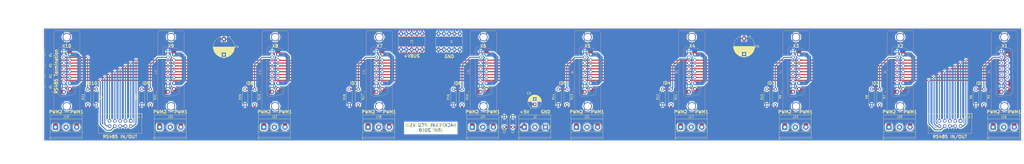
<source format=kicad_pcb>
(kicad_pcb (version 20171130) (host pcbnew "(5.0.0-rc2-dev-444-g2974a2c10)")
  (layers (0 F.Cu signal) (31 B.Cu signal) (34 B.Paste user) (35 F.Paste user) (36 B.SilkS user) (37 F.SilkS user) (38 B.Mask user) (39 F.Mask user) (44 Edge.Cuts user))
  (net 0 "")
  (net 1 /RESET_A)
  (net 2 /RESET_B)
  (net 3 /SYNC_A)
  (net 4 /SYNC_B)
  (net 5 /TX_A)
  (net 6 /TX_B)
  (net 7 /RX_A)
  (net 8 /RX_B)
  (net 9 GND)
  (net 10 +15V)
  (net 11 /ID_1)
  (net 12 "Net-(J2-Pad2)")
  (net 13 +5V)
  (net 14 /PWMO2_1)
  (net 15 /PWMO1_1)
  (net 16 /PWMO1_2)
  (net 17 /ID_2)
  (net 18 /PWMO2_2)
  (net 19 /PWMO2_3)
  (net 20 /ID_3)
  (net 21 /PWMO1_3)
  (net 22 /PWMO1_4)
  (net 23 /ID_4)
  (net 24 /PWMO2_4)
  (net 25 /PWMO2_5)
  (net 26 /ID_5)
  (net 27 /PWMO1_5)
  (net 28 /PWMO1_6)
  (net 29 /ID_6)
  (net 30 /PWMO2_6)
  (net 31 /PWMO2_7)
  (net 32 /ID_7)
  (net 33 /PWMO1_7)
  (net 34 /PWMO1_8)
  (net 35 /ID_8)
  (net 36 /PWMO2_8)
  (net 37 /PWMO2_9)
  (net 38 /ID_9)
  (net 39 /PWMO1_9)
  (net 40 /PWMO2_10)
  (net 41 /ID_10)
  (net 42 /PWMO1_10)
  (net 43 "Net-(J16-Pad2)")
  (net 44 "Net-(J17-Pad2)")
  (net 45 "Net-(J18-Pad2)")
  (net 46 "Net-(J19-Pad2)")
  (net 47 "Net-(J20-Pad2)")
  (net 48 "Net-(J21-Pad2)")
  (net 49 "Net-(J22-Pad2)")
  (net 50 "Net-(J23-Pad2)")
  (net 51 "Net-(J24-Pad2)")
  (net 52 "Net-(J25-Pad2)")
  (module Package_DIP:DIP-10_W7.62mm (layer F.Cu) (at 260 179 270)
    (fp_text reference J1 (at 3.81 4 270) (layer F.SilkS))
    (fp_text value PowerBug_GND)
    (pad 1 thru_hole oval (at 0 0 270) (size 2.4 1.6) (drill 1) (layers *.Cu *.Mask) (net 9 GND))
    (pad 6 thru_hole oval (at 7.62 10.16 270) (size 2.4 1.6) (drill 1) (layers *.Cu *.Mask) (net 9 GND))
    (pad 2 thru_hole oval (at 0 2.54 270) (size 2.4 1.6) (drill 1) (layers *.Cu *.Mask) (net 9 GND))
    (pad 7 thru_hole oval (at 7.62 7.62 270) (size 2.4 1.6) (drill 1) (layers *.Cu *.Mask) (net 9 GND))
    (pad 3 thru_hole oval (at 0 5.08 270) (size 2.4 1.6) (drill 1) (layers *.Cu *.Mask) (net 9 GND))
    (pad 8 thru_hole oval (at 7.62 5.08 270) (size 2.4 1.6) (drill 1) (layers *.Cu *.Mask) (net 9 GND))
    (pad 4 thru_hole oval (at 0 7.62 270) (size 2.4 1.6) (drill 1) (layers *.Cu *.Mask) (net 9 GND))
    (pad 9 thru_hole oval (at 7.62 2.54 270) (size 2.4 1.6) (drill 1) (layers *.Cu *.Mask) (net 9 GND))
    (pad 5 thru_hole oval (at 0 10.16 270) (size 2.4 1.6) (drill 1) (layers *.Cu *.Mask) (net 9 GND))
    (pad 10 thru_hole oval (at 7.62 0 270) (size 2.4 1.6) (drill 1) (layers *.Cu *.Mask) (net 9 GND))
  )
  (module Package_DIP:DIP-10_W7.62mm (layer F.Cu) (at 242 179 270)
    (fp_text reference J3 (at 3.81 5 270) (layer F.SilkS))
    (fp_text value PowerBug+17V)
    (pad 10 thru_hole oval (at 7.62 0 270) (size 2.4 1.6) (drill 1) (layers *.Cu *.Mask) (net 10 +15V))
    (pad 5 thru_hole oval (at 0 10.16 270) (size 2.4 1.6) (drill 1) (layers *.Cu *.Mask) (net 10 +15V))
    (pad 9 thru_hole oval (at 7.62 2.54 270) (size 2.4 1.6) (drill 1) (layers *.Cu *.Mask) (net 10 +15V))
    (pad 4 thru_hole oval (at 0 7.62 270) (size 2.4 1.6) (drill 1) (layers *.Cu *.Mask) (net 10 +15V))
    (pad 8 thru_hole oval (at 7.62 5.08 270) (size 2.4 1.6) (drill 1) (layers *.Cu *.Mask) (net 10 +15V))
    (pad 3 thru_hole oval (at 0 5.08 270) (size 2.4 1.6) (drill 1) (layers *.Cu *.Mask) (net 10 +15V))
    (pad 7 thru_hole oval (at 7.62 7.62 270) (size 2.4 1.6) (drill 1) (layers *.Cu *.Mask) (net 10 +15V))
    (pad 2 thru_hole oval (at 0 2.54 270) (size 2.4 1.6) (drill 1) (layers *.Cu *.Mask) (net 10 +15V))
    (pad 6 thru_hole oval (at 7.62 10.16 270) (size 2.4 1.6) (drill 1) (layers *.Cu *.Mask) (net 10 +15V))
    (pad 1 thru_hole oval (at 0 0 270) (size 2.4 1.6) (drill 1) (layers *.Cu *.Mask) (net 10 +15V))
  )
  (module Connector_Dsub:DSUB-15_Female_Vertical_P2.77x2.84mm_MountingHoles (layer B.Cu) (at 70 207 270)
    (fp_text reference J15 (at -9.7024 3.5282 270) (layer B.SilkS) (effects (justify mirror)))
    (fp_text value DB15_Female_MountingHoles)
    (pad 1 thru_hole rect (at 0 0 270) (size 1.6 1.6) (drill 1) (layers *.Cu *.Mask) (net 40 /PWMO2_10))
    (pad 2 thru_hole circle (at -2.77 0 270) (size 1.6 1.6) (drill 1) (layers *.Cu *.Mask) (net 9 GND))
    (pad 3 thru_hole circle (at -5.54 0 270) (size 1.6 1.6) (drill 1) (layers *.Cu *.Mask) (net 8 /RX_B))
    (pad 4 thru_hole circle (at -8.31 0 270) (size 1.6 1.6) (drill 1) (layers *.Cu *.Mask) (net 6 /TX_B))
    (pad 5 thru_hole circle (at -11.08 0 270) (size 1.6 1.6) (drill 1) (layers *.Cu *.Mask) (net 4 /SYNC_B))
    (pad 6 thru_hole circle (at -13.85 0 270) (size 1.6 1.6) (drill 1) (layers *.Cu *.Mask) (net 2 /RESET_B))
    (pad 7 thru_hole circle (at -16.62 0 270) (size 1.6 1.6) (drill 1) (layers *.Cu *.Mask) (net 41 /ID_10))
    (pad 8 thru_hole circle (at -19.39 0 270) (size 1.6 1.6) (drill 1) (layers *.Cu *.Mask) (net 9 GND))
    (pad 9 thru_hole circle (at -1.385 -2.84 270) (size 1.6 1.6) (drill 1) (layers *.Cu *.Mask) (net 42 /PWMO1_10))
    (pad 10 thru_hole circle (at -4.155 -2.84 270) (size 1.6 1.6) (drill 1) (layers *.Cu *.Mask) (net 10 +15V))
    (pad 11 thru_hole circle (at -6.925 -2.84 270) (size 1.6 1.6) (drill 1) (layers *.Cu *.Mask) (net 7 /RX_A))
    (pad 12 thru_hole circle (at -9.695 -2.84 270) (size 1.6 1.6) (drill 1) (layers *.Cu *.Mask) (net 5 /TX_A))
    (pad 13 thru_hole circle (at -12.465 -2.84 270) (size 1.6 1.6) (drill 1) (layers *.Cu *.Mask) (net 3 /SYNC_A))
    (pad 14 thru_hole circle (at -15.235 -2.84 270) (size 1.6 1.6) (drill 1) (layers *.Cu *.Mask) (net 1 /RESET_A))
    (pad 15 thru_hole circle (at -18.005 -2.84 270) (size 1.6 1.6) (drill 1) (layers *.Cu *.Mask) (net 10 +15V))
    (pad 0 thru_hole circle (at -26.345 -1.42 270) (size 4 4) (drill 3.2) (layers *.Cu *.Mask) (net 9 GND))
    (pad 0 thru_hole circle (at 6.955 -1.42 270) (size 4 4) (drill 3.2) (layers *.Cu *.Mask) (net 9 GND))
  )
  (module Connector_Dsub:DSUB-15_Female_Vertical_P2.77x2.84mm_MountingHoles (layer B.Cu) (at 520 207 270)
    (fp_text reference J5 (at -9.695 5.89 270) (layer B.SilkS) (effects (justify mirror)))
    (fp_text value DB15_Female_MountingHoles)
    (pad 1 thru_hole rect (at 0 0 270) (size 1.6 1.6) (drill 1) (layers *.Cu *.Mask) (net 14 /PWMO2_1))
    (pad 2 thru_hole circle (at -2.77 0 270) (size 1.6 1.6) (drill 1) (layers *.Cu *.Mask) (net 9 GND))
    (pad 3 thru_hole circle (at -5.54 0 270) (size 1.6 1.6) (drill 1) (layers *.Cu *.Mask) (net 8 /RX_B))
    (pad 4 thru_hole circle (at -8.31 0 270) (size 1.6 1.6) (drill 1) (layers *.Cu *.Mask) (net 6 /TX_B))
    (pad 5 thru_hole circle (at -11.08 0 270) (size 1.6 1.6) (drill 1) (layers *.Cu *.Mask) (net 4 /SYNC_B))
    (pad 6 thru_hole circle (at -13.85 0 270) (size 1.6 1.6) (drill 1) (layers *.Cu *.Mask) (net 2 /RESET_B))
    (pad 7 thru_hole circle (at -16.62 0 270) (size 1.6 1.6) (drill 1) (layers *.Cu *.Mask) (net 11 /ID_1))
    (pad 8 thru_hole circle (at -19.39 0 270) (size 1.6 1.6) (drill 1) (layers *.Cu *.Mask) (net 9 GND))
    (pad 9 thru_hole circle (at -1.385 -2.84 270) (size 1.6 1.6) (drill 1) (layers *.Cu *.Mask) (net 15 /PWMO1_1))
    (pad 10 thru_hole circle (at -4.155 -2.84 270) (size 1.6 1.6) (drill 1) (layers *.Cu *.Mask) (net 10 +15V))
    (pad 11 thru_hole circle (at -6.925 -2.84 270) (size 1.6 1.6) (drill 1) (layers *.Cu *.Mask) (net 7 /RX_A))
    (pad 12 thru_hole circle (at -9.695 -2.84 270) (size 1.6 1.6) (drill 1) (layers *.Cu *.Mask) (net 5 /TX_A))
    (pad 13 thru_hole circle (at -12.465 -2.84 270) (size 1.6 1.6) (drill 1) (layers *.Cu *.Mask) (net 3 /SYNC_A))
    (pad 14 thru_hole circle (at -15.235 -2.84 270) (size 1.6 1.6) (drill 1) (layers *.Cu *.Mask) (net 1 /RESET_A))
    (pad 15 thru_hole circle (at -18.005 -2.84 270) (size 1.6 1.6) (drill 1) (layers *.Cu *.Mask) (net 10 +15V))
    (pad 0 thru_hole circle (at -26.345 -1.42 270) (size 4 4) (drill 3.2) (layers *.Cu *.Mask) (net 9 GND))
    (pad 0 thru_hole circle (at 6.955 -1.42 270) (size 4 4) (drill 3.2) (layers *.Cu *.Mask) (net 9 GND))
  )
  (module TerminalBlock_Phoenix:TerminalBlock_Phoenix_MKDS-3-3-5.08_1x03_P5.08mm_Horizontal (layer F.Cu) (at 291 224)
    (fp_text reference J2 (at 5.08 -4.946) (layer F.SilkS))
    (fp_text value Conn_01x03)
    (pad 3 thru_hole circle (at 10.16 0) (size 2.6 2.6) (drill 1.3) (layers *.Cu *.Mask) (net 9 GND))
    (pad 2 thru_hole circle (at 5.08 0) (size 2.6 2.6) (drill 1.3) (layers *.Cu *.Mask) (net 12 "Net-(J2-Pad2)"))
    (pad 1 thru_hole rect (at 0 0) (size 2.6 2.6) (drill 1.3) (layers *.Cu *.Mask) (net 13 +5V))
  )
  (module Connector_IDC:IDC-Header_2x05_P2.54mm_Vertical (layer F.Cu) (at 102.108 220.98 270)
    (fp_text reference J4 (at -1.73 -3.556) (layer F.SilkS))
    (fp_text value Conn_02x05_Odd_Even)
    (pad 1 thru_hole rect (at 0 0 270) (size 1.7272 1.7272) (drill 1.016) (layers *.Cu *.Mask) (net 2 /RESET_B))
    (pad 2 thru_hole oval (at 2.54 0 270) (size 1.7272 1.7272) (drill 1.016) (layers *.Cu *.Mask) (net 1 /RESET_A))
    (pad 3 thru_hole oval (at 0 2.54 270) (size 1.7272 1.7272) (drill 1.016) (layers *.Cu *.Mask) (net 3 /SYNC_A))
    (pad 4 thru_hole oval (at 2.54 2.54 270) (size 1.7272 1.7272) (drill 1.016) (layers *.Cu *.Mask) (net 9 GND))
    (pad 5 thru_hole oval (at 0 5.08 270) (size 1.7272 1.7272) (drill 1.016) (layers *.Cu *.Mask) (net 4 /SYNC_B))
    (pad 6 thru_hole oval (at 2.54 5.08 270) (size 1.7272 1.7272) (drill 1.016) (layers *.Cu *.Mask) (net 9 GND))
    (pad 7 thru_hole oval (at 0 7.62 270) (size 1.7272 1.7272) (drill 1.016) (layers *.Cu *.Mask) (net 5 /TX_A))
    (pad 8 thru_hole oval (at 2.54 7.62 270) (size 1.7272 1.7272) (drill 1.016) (layers *.Cu *.Mask) (net 8 /RX_B))
    (pad 9 thru_hole oval (at 0 10.16 270) (size 1.7272 1.7272) (drill 1.016) (layers *.Cu *.Mask) (net 6 /TX_B))
    (pad 10 thru_hole oval (at 2.54 10.16 270) (size 1.7272 1.7272) (drill 1.016) (layers *.Cu *.Mask) (net 7 /RX_A))
  )
  (module Connector_Dsub:DSUB-15_Female_Vertical_P2.77x2.84mm_MountingHoles (layer B.Cu) (at 470 207 270)
    (fp_text reference J6 (at -9.695 5.89 270) (layer B.SilkS) (effects (justify mirror)))
    (fp_text value DB15_Female_MountingHoles)
    (pad 1 thru_hole rect (at 0 0 270) (size 1.6 1.6) (drill 1) (layers *.Cu *.Mask) (net 18 /PWMO2_2))
    (pad 2 thru_hole circle (at -2.77 0 270) (size 1.6 1.6) (drill 1) (layers *.Cu *.Mask) (net 9 GND))
    (pad 3 thru_hole circle (at -5.54 0 270) (size 1.6 1.6) (drill 1) (layers *.Cu *.Mask) (net 8 /RX_B))
    (pad 4 thru_hole circle (at -8.31 0 270) (size 1.6 1.6) (drill 1) (layers *.Cu *.Mask) (net 6 /TX_B))
    (pad 5 thru_hole circle (at -11.08 0 270) (size 1.6 1.6) (drill 1) (layers *.Cu *.Mask) (net 4 /SYNC_B))
    (pad 6 thru_hole circle (at -13.85 0 270) (size 1.6 1.6) (drill 1) (layers *.Cu *.Mask) (net 2 /RESET_B))
    (pad 7 thru_hole circle (at -16.62 0 270) (size 1.6 1.6) (drill 1) (layers *.Cu *.Mask) (net 17 /ID_2))
    (pad 8 thru_hole circle (at -19.39 0 270) (size 1.6 1.6) (drill 1) (layers *.Cu *.Mask) (net 9 GND))
    (pad 9 thru_hole circle (at -1.385 -2.84 270) (size 1.6 1.6) (drill 1) (layers *.Cu *.Mask) (net 16 /PWMO1_2))
    (pad 10 thru_hole circle (at -4.155 -2.84 270) (size 1.6 1.6) (drill 1) (layers *.Cu *.Mask) (net 10 +15V))
    (pad 11 thru_hole circle (at -6.925 -2.84 270) (size 1.6 1.6) (drill 1) (layers *.Cu *.Mask) (net 7 /RX_A))
    (pad 12 thru_hole circle (at -9.695 -2.84 270) (size 1.6 1.6) (drill 1) (layers *.Cu *.Mask) (net 5 /TX_A))
    (pad 13 thru_hole circle (at -12.465 -2.84 270) (size 1.6 1.6) (drill 1) (layers *.Cu *.Mask) (net 3 /SYNC_A))
    (pad 14 thru_hole circle (at -15.235 -2.84 270) (size 1.6 1.6) (drill 1) (layers *.Cu *.Mask) (net 1 /RESET_A))
    (pad 15 thru_hole circle (at -18.005 -2.84 270) (size 1.6 1.6) (drill 1) (layers *.Cu *.Mask) (net 10 +15V))
    (pad 0 thru_hole circle (at -26.345 -1.42 270) (size 4 4) (drill 3.2) (layers *.Cu *.Mask) (net 9 GND))
    (pad 0 thru_hole circle (at 6.955 -1.42 270) (size 4 4) (drill 3.2) (layers *.Cu *.Mask) (net 9 GND))
  )
  (module Connector_Dsub:DSUB-15_Female_Vertical_P2.77x2.84mm_MountingHoles (layer B.Cu) (at 420 207 270)
    (fp_text reference J7 (at -9.695 5.89 270) (layer B.SilkS) (effects (justify mirror)))
    (fp_text value DB15_Female_MountingHoles)
    (pad 1 thru_hole rect (at 0 0 270) (size 1.6 1.6) (drill 1) (layers *.Cu *.Mask) (net 19 /PWMO2_3))
    (pad 2 thru_hole circle (at -2.77 0 270) (size 1.6 1.6) (drill 1) (layers *.Cu *.Mask) (net 9 GND))
    (pad 3 thru_hole circle (at -5.54 0 270) (size 1.6 1.6) (drill 1) (layers *.Cu *.Mask) (net 8 /RX_B))
    (pad 4 thru_hole circle (at -8.31 0 270) (size 1.6 1.6) (drill 1) (layers *.Cu *.Mask) (net 6 /TX_B))
    (pad 5 thru_hole circle (at -11.08 0 270) (size 1.6 1.6) (drill 1) (layers *.Cu *.Mask) (net 4 /SYNC_B))
    (pad 6 thru_hole circle (at -13.85 0 270) (size 1.6 1.6) (drill 1) (layers *.Cu *.Mask) (net 2 /RESET_B))
    (pad 7 thru_hole circle (at -16.62 0 270) (size 1.6 1.6) (drill 1) (layers *.Cu *.Mask) (net 20 /ID_3))
    (pad 8 thru_hole circle (at -19.39 0 270) (size 1.6 1.6) (drill 1) (layers *.Cu *.Mask) (net 9 GND))
    (pad 9 thru_hole circle (at -1.385 -2.84 270) (size 1.6 1.6) (drill 1) (layers *.Cu *.Mask) (net 21 /PWMO1_3))
    (pad 10 thru_hole circle (at -4.155 -2.84 270) (size 1.6 1.6) (drill 1) (layers *.Cu *.Mask) (net 10 +15V))
    (pad 11 thru_hole circle (at -6.925 -2.84 270) (size 1.6 1.6) (drill 1) (layers *.Cu *.Mask) (net 7 /RX_A))
    (pad 12 thru_hole circle (at -9.695 -2.84 270) (size 1.6 1.6) (drill 1) (layers *.Cu *.Mask) (net 5 /TX_A))
    (pad 13 thru_hole circle (at -12.465 -2.84 270) (size 1.6 1.6) (drill 1) (layers *.Cu *.Mask) (net 3 /SYNC_A))
    (pad 14 thru_hole circle (at -15.235 -2.84 270) (size 1.6 1.6) (drill 1) (layers *.Cu *.Mask) (net 1 /RESET_A))
    (pad 15 thru_hole circle (at -18.005 -2.84 270) (size 1.6 1.6) (drill 1) (layers *.Cu *.Mask) (net 10 +15V))
    (pad 0 thru_hole circle (at -26.345 -1.42 270) (size 4 4) (drill 3.2) (layers *.Cu *.Mask) (net 9 GND))
    (pad 0 thru_hole circle (at 6.955 -1.42 270) (size 4 4) (drill 3.2) (layers *.Cu *.Mask) (net 9 GND))
  )
  (module Connector_Dsub:DSUB-15_Female_Vertical_P2.77x2.84mm_MountingHoles (layer B.Cu) (at 370 207 270)
    (fp_text reference J8 (at -9.695 5.89 270) (layer B.SilkS) (effects (justify mirror)))
    (fp_text value DB15_Female_MountingHoles)
    (pad 0 thru_hole circle (at 6.955 -1.42 270) (size 4 4) (drill 3.2) (layers *.Cu *.Mask) (net 9 GND))
    (pad 0 thru_hole circle (at -26.345 -1.42 270) (size 4 4) (drill 3.2) (layers *.Cu *.Mask) (net 9 GND))
    (pad 15 thru_hole circle (at -18.005 -2.84 270) (size 1.6 1.6) (drill 1) (layers *.Cu *.Mask) (net 10 +15V))
    (pad 14 thru_hole circle (at -15.235 -2.84 270) (size 1.6 1.6) (drill 1) (layers *.Cu *.Mask) (net 1 /RESET_A))
    (pad 13 thru_hole circle (at -12.465 -2.84 270) (size 1.6 1.6) (drill 1) (layers *.Cu *.Mask) (net 3 /SYNC_A))
    (pad 12 thru_hole circle (at -9.695 -2.84 270) (size 1.6 1.6) (drill 1) (layers *.Cu *.Mask) (net 5 /TX_A))
    (pad 11 thru_hole circle (at -6.925 -2.84 270) (size 1.6 1.6) (drill 1) (layers *.Cu *.Mask) (net 7 /RX_A))
    (pad 10 thru_hole circle (at -4.155 -2.84 270) (size 1.6 1.6) (drill 1) (layers *.Cu *.Mask) (net 10 +15V))
    (pad 9 thru_hole circle (at -1.385 -2.84 270) (size 1.6 1.6) (drill 1) (layers *.Cu *.Mask) (net 22 /PWMO1_4))
    (pad 8 thru_hole circle (at -19.39 0 270) (size 1.6 1.6) (drill 1) (layers *.Cu *.Mask) (net 9 GND))
    (pad 7 thru_hole circle (at -16.62 0 270) (size 1.6 1.6) (drill 1) (layers *.Cu *.Mask) (net 23 /ID_4))
    (pad 6 thru_hole circle (at -13.85 0 270) (size 1.6 1.6) (drill 1) (layers *.Cu *.Mask) (net 2 /RESET_B))
    (pad 5 thru_hole circle (at -11.08 0 270) (size 1.6 1.6) (drill 1) (layers *.Cu *.Mask) (net 4 /SYNC_B))
    (pad 4 thru_hole circle (at -8.31 0 270) (size 1.6 1.6) (drill 1) (layers *.Cu *.Mask) (net 6 /TX_B))
    (pad 3 thru_hole circle (at -5.54 0 270) (size 1.6 1.6) (drill 1) (layers *.Cu *.Mask) (net 8 /RX_B))
    (pad 2 thru_hole circle (at -2.77 0 270) (size 1.6 1.6) (drill 1) (layers *.Cu *.Mask) (net 9 GND))
    (pad 1 thru_hole rect (at 0 0 270) (size 1.6 1.6) (drill 1) (layers *.Cu *.Mask) (net 24 /PWMO2_4))
  )
  (module Connector_Dsub:DSUB-15_Female_Vertical_P2.77x2.84mm_MountingHoles (layer B.Cu) (at 320 207 270)
    (fp_text reference J9 (at -9.695 5.89 270) (layer B.SilkS) (effects (justify mirror)))
    (fp_text value DB15_Female_MountingHoles)
    (pad 1 thru_hole rect (at 0 0 270) (size 1.6 1.6) (drill 1) (layers *.Cu *.Mask) (net 25 /PWMO2_5))
    (pad 2 thru_hole circle (at -2.77 0 270) (size 1.6 1.6) (drill 1) (layers *.Cu *.Mask) (net 9 GND))
    (pad 3 thru_hole circle (at -5.54 0 270) (size 1.6 1.6) (drill 1) (layers *.Cu *.Mask) (net 8 /RX_B))
    (pad 4 thru_hole circle (at -8.31 0 270) (size 1.6 1.6) (drill 1) (layers *.Cu *.Mask) (net 6 /TX_B))
    (pad 5 thru_hole circle (at -11.08 0 270) (size 1.6 1.6) (drill 1) (layers *.Cu *.Mask) (net 4 /SYNC_B))
    (pad 6 thru_hole circle (at -13.85 0 270) (size 1.6 1.6) (drill 1) (layers *.Cu *.Mask) (net 2 /RESET_B))
    (pad 7 thru_hole circle (at -16.62 0 270) (size 1.6 1.6) (drill 1) (layers *.Cu *.Mask) (net 26 /ID_5))
    (pad 8 thru_hole circle (at -19.39 0 270) (size 1.6 1.6) (drill 1) (layers *.Cu *.Mask) (net 9 GND))
    (pad 9 thru_hole circle (at -1.385 -2.84 270) (size 1.6 1.6) (drill 1) (layers *.Cu *.Mask) (net 27 /PWMO1_5))
    (pad 10 thru_hole circle (at -4.155 -2.84 270) (size 1.6 1.6) (drill 1) (layers *.Cu *.Mask) (net 10 +15V))
    (pad 11 thru_hole circle (at -6.925 -2.84 270) (size 1.6 1.6) (drill 1) (layers *.Cu *.Mask) (net 7 /RX_A))
    (pad 12 thru_hole circle (at -9.695 -2.84 270) (size 1.6 1.6) (drill 1) (layers *.Cu *.Mask) (net 5 /TX_A))
    (pad 13 thru_hole circle (at -12.465 -2.84 270) (size 1.6 1.6) (drill 1) (layers *.Cu *.Mask) (net 3 /SYNC_A))
    (pad 14 thru_hole circle (at -15.235 -2.84 270) (size 1.6 1.6) (drill 1) (layers *.Cu *.Mask) (net 1 /RESET_A))
    (pad 15 thru_hole circle (at -18.005 -2.84 270) (size 1.6 1.6) (drill 1) (layers *.Cu *.Mask) (net 10 +15V))
    (pad 0 thru_hole circle (at -26.345 -1.42 270) (size 4 4) (drill 3.2) (layers *.Cu *.Mask) (net 9 GND))
    (pad 0 thru_hole circle (at 6.955 -1.42 270) (size 4 4) (drill 3.2) (layers *.Cu *.Mask) (net 9 GND))
  )
  (module Connector_IDC:IDC-Header_2x05_P2.54mm_Vertical (layer F.Cu) (at 500.38 220.98 270)
    (fp_text reference J10 (at -1.73 -3.302) (layer F.SilkS))
    (fp_text value Conn_02x05_Odd_Even)
    (pad 10 thru_hole oval (at 2.54 10.16 270) (size 1.7272 1.7272) (drill 1.016) (layers *.Cu *.Mask) (net 7 /RX_A))
    (pad 9 thru_hole oval (at 0 10.16 270) (size 1.7272 1.7272) (drill 1.016) (layers *.Cu *.Mask) (net 6 /TX_B))
    (pad 8 thru_hole oval (at 2.54 7.62 270) (size 1.7272 1.7272) (drill 1.016) (layers *.Cu *.Mask) (net 8 /RX_B))
    (pad 7 thru_hole oval (at 0 7.62 270) (size 1.7272 1.7272) (drill 1.016) (layers *.Cu *.Mask) (net 5 /TX_A))
    (pad 6 thru_hole oval (at 2.54 5.08 270) (size 1.7272 1.7272) (drill 1.016) (layers *.Cu *.Mask) (net 9 GND))
    (pad 5 thru_hole oval (at 0 5.08 270) (size 1.7272 1.7272) (drill 1.016) (layers *.Cu *.Mask) (net 4 /SYNC_B))
    (pad 4 thru_hole oval (at 2.54 2.54 270) (size 1.7272 1.7272) (drill 1.016) (layers *.Cu *.Mask) (net 9 GND))
    (pad 3 thru_hole oval (at 0 2.54 270) (size 1.7272 1.7272) (drill 1.016) (layers *.Cu *.Mask) (net 3 /SYNC_A))
    (pad 2 thru_hole oval (at 2.54 0 270) (size 1.7272 1.7272) (drill 1.016) (layers *.Cu *.Mask) (net 1 /RESET_A))
    (pad 1 thru_hole rect (at 0 0 270) (size 1.7272 1.7272) (drill 1.016) (layers *.Cu *.Mask) (net 2 /RESET_B))
  )
  (module Connector_Dsub:DSUB-15_Female_Vertical_P2.77x2.84mm_MountingHoles (layer B.Cu) (at 270 207 270)
    (fp_text reference J11 (at -9.695 5.89 270) (layer B.SilkS) (effects (justify mirror)))
    (fp_text value DB15_Female_MountingHoles)
    (pad 0 thru_hole circle (at 6.955 -1.42 270) (size 4 4) (drill 3.2) (layers *.Cu *.Mask) (net 9 GND))
    (pad 0 thru_hole circle (at -26.345 -1.42 270) (size 4 4) (drill 3.2) (layers *.Cu *.Mask) (net 9 GND))
    (pad 15 thru_hole circle (at -18.005 -2.84 270) (size 1.6 1.6) (drill 1) (layers *.Cu *.Mask) (net 10 +15V))
    (pad 14 thru_hole circle (at -15.235 -2.84 270) (size 1.6 1.6) (drill 1) (layers *.Cu *.Mask) (net 1 /RESET_A))
    (pad 13 thru_hole circle (at -12.465 -2.84 270) (size 1.6 1.6) (drill 1) (layers *.Cu *.Mask) (net 3 /SYNC_A))
    (pad 12 thru_hole circle (at -9.695 -2.84 270) (size 1.6 1.6) (drill 1) (layers *.Cu *.Mask) (net 5 /TX_A))
    (pad 11 thru_hole circle (at -6.925 -2.84 270) (size 1.6 1.6) (drill 1) (layers *.Cu *.Mask) (net 7 /RX_A))
    (pad 10 thru_hole circle (at -4.155 -2.84 270) (size 1.6 1.6) (drill 1) (layers *.Cu *.Mask) (net 10 +15V))
    (pad 9 thru_hole circle (at -1.385 -2.84 270) (size 1.6 1.6) (drill 1) (layers *.Cu *.Mask) (net 28 /PWMO1_6))
    (pad 8 thru_hole circle (at -19.39 0 270) (size 1.6 1.6) (drill 1) (layers *.Cu *.Mask) (net 9 GND))
    (pad 7 thru_hole circle (at -16.62 0 270) (size 1.6 1.6) (drill 1) (layers *.Cu *.Mask) (net 29 /ID_6))
    (pad 6 thru_hole circle (at -13.85 0 270) (size 1.6 1.6) (drill 1) (layers *.Cu *.Mask) (net 2 /RESET_B))
    (pad 5 thru_hole circle (at -11.08 0 270) (size 1.6 1.6) (drill 1) (layers *.Cu *.Mask) (net 4 /SYNC_B))
    (pad 4 thru_hole circle (at -8.31 0 270) (size 1.6 1.6) (drill 1) (layers *.Cu *.Mask) (net 6 /TX_B))
    (pad 3 thru_hole circle (at -5.54 0 270) (size 1.6 1.6) (drill 1) (layers *.Cu *.Mask) (net 8 /RX_B))
    (pad 2 thru_hole circle (at -2.77 0 270) (size 1.6 1.6) (drill 1) (layers *.Cu *.Mask) (net 9 GND))
    (pad 1 thru_hole rect (at 0 0 270) (size 1.6 1.6) (drill 1) (layers *.Cu *.Mask) (net 30 /PWMO2_6))
  )
  (module Connector_Dsub:DSUB-15_Female_Vertical_P2.77x2.84mm_MountingHoles (layer B.Cu) (at 220 207 270)
    (fp_text reference J12 (at -9.695 5.89 270) (layer B.SilkS) (effects (justify mirror)))
    (fp_text value DB15_Female_MountingHoles)
    (pad 1 thru_hole rect (at 0 0 270) (size 1.6 1.6) (drill 1) (layers *.Cu *.Mask) (net 31 /PWMO2_7))
    (pad 2 thru_hole circle (at -2.77 0 270) (size 1.6 1.6) (drill 1) (layers *.Cu *.Mask) (net 9 GND))
    (pad 3 thru_hole circle (at -5.54 0 270) (size 1.6 1.6) (drill 1) (layers *.Cu *.Mask) (net 8 /RX_B))
    (pad 4 thru_hole circle (at -8.31 0 270) (size 1.6 1.6) (drill 1) (layers *.Cu *.Mask) (net 6 /TX_B))
    (pad 5 thru_hole circle (at -11.08 0 270) (size 1.6 1.6) (drill 1) (layers *.Cu *.Mask) (net 4 /SYNC_B))
    (pad 6 thru_hole circle (at -13.85 0 270) (size 1.6 1.6) (drill 1) (layers *.Cu *.Mask) (net 2 /RESET_B))
    (pad 7 thru_hole circle (at -16.62 0 270) (size 1.6 1.6) (drill 1) (layers *.Cu *.Mask) (net 32 /ID_7))
    (pad 8 thru_hole circle (at -19.39 0 270) (size 1.6 1.6) (drill 1) (layers *.Cu *.Mask) (net 9 GND))
    (pad 9 thru_hole circle (at -1.385 -2.84 270) (size 1.6 1.6) (drill 1) (layers *.Cu *.Mask) (net 33 /PWMO1_7))
    (pad 10 thru_hole circle (at -4.155 -2.84 270) (size 1.6 1.6) (drill 1) (layers *.Cu *.Mask) (net 10 +15V))
    (pad 11 thru_hole circle (at -6.925 -2.84 270) (size 1.6 1.6) (drill 1) (layers *.Cu *.Mask) (net 7 /RX_A))
    (pad 12 thru_hole circle (at -9.695 -2.84 270) (size 1.6 1.6) (drill 1) (layers *.Cu *.Mask) (net 5 /TX_A))
    (pad 13 thru_hole circle (at -12.465 -2.84 270) (size 1.6 1.6) (drill 1) (layers *.Cu *.Mask) (net 3 /SYNC_A))
    (pad 14 thru_hole circle (at -15.235 -2.84 270) (size 1.6 1.6) (drill 1) (layers *.Cu *.Mask) (net 1 /RESET_A))
    (pad 15 thru_hole circle (at -18.005 -2.84 270) (size 1.6 1.6) (drill 1) (layers *.Cu *.Mask) (net 10 +15V))
    (pad 0 thru_hole circle (at -26.345 -1.42 270) (size 4 4) (drill 3.2) (layers *.Cu *.Mask) (net 9 GND))
    (pad 0 thru_hole circle (at 6.955 -1.42 270) (size 4 4) (drill 3.2) (layers *.Cu *.Mask) (net 9 GND))
  )
  (module Connector_Dsub:DSUB-15_Female_Vertical_P2.77x2.84mm_MountingHoles (layer B.Cu) (at 170 207 270)
    (fp_text reference J13 (at -9.695 5.89 270) (layer B.SilkS) (effects (justify mirror)))
    (fp_text value DB15_Female_MountingHoles)
    (pad 0 thru_hole circle (at 6.955 -1.42 270) (size 4 4) (drill 3.2) (layers *.Cu *.Mask) (net 9 GND))
    (pad 0 thru_hole circle (at -26.345 -1.42 270) (size 4 4) (drill 3.2) (layers *.Cu *.Mask) (net 9 GND))
    (pad 15 thru_hole circle (at -18.005 -2.84 270) (size 1.6 1.6) (drill 1) (layers *.Cu *.Mask) (net 10 +15V))
    (pad 14 thru_hole circle (at -15.235 -2.84 270) (size 1.6 1.6) (drill 1) (layers *.Cu *.Mask) (net 1 /RESET_A))
    (pad 13 thru_hole circle (at -12.465 -2.84 270) (size 1.6 1.6) (drill 1) (layers *.Cu *.Mask) (net 3 /SYNC_A))
    (pad 12 thru_hole circle (at -9.695 -2.84 270) (size 1.6 1.6) (drill 1) (layers *.Cu *.Mask) (net 5 /TX_A))
    (pad 11 thru_hole circle (at -6.925 -2.84 270) (size 1.6 1.6) (drill 1) (layers *.Cu *.Mask) (net 7 /RX_A))
    (pad 10 thru_hole circle (at -4.155 -2.84 270) (size 1.6 1.6) (drill 1) (layers *.Cu *.Mask) (net 10 +15V))
    (pad 9 thru_hole circle (at -1.385 -2.84 270) (size 1.6 1.6) (drill 1) (layers *.Cu *.Mask) (net 34 /PWMO1_8))
    (pad 8 thru_hole circle (at -19.39 0 270) (size 1.6 1.6) (drill 1) (layers *.Cu *.Mask) (net 9 GND))
    (pad 7 thru_hole circle (at -16.62 0 270) (size 1.6 1.6) (drill 1) (layers *.Cu *.Mask) (net 35 /ID_8))
    (pad 6 thru_hole circle (at -13.85 0 270) (size 1.6 1.6) (drill 1) (layers *.Cu *.Mask) (net 2 /RESET_B))
    (pad 5 thru_hole circle (at -11.08 0 270) (size 1.6 1.6) (drill 1) (layers *.Cu *.Mask) (net 4 /SYNC_B))
    (pad 4 thru_hole circle (at -8.31 0 270) (size 1.6 1.6) (drill 1) (layers *.Cu *.Mask) (net 6 /TX_B))
    (pad 3 thru_hole circle (at -5.54 0 270) (size 1.6 1.6) (drill 1) (layers *.Cu *.Mask) (net 8 /RX_B))
    (pad 2 thru_hole circle (at -2.77 0 270) (size 1.6 1.6) (drill 1) (layers *.Cu *.Mask) (net 9 GND))
    (pad 1 thru_hole rect (at 0 0 270) (size 1.6 1.6) (drill 1) (layers *.Cu *.Mask) (net 36 /PWMO2_8))
  )
  (module Connector_Dsub:DSUB-15_Female_Vertical_P2.77x2.84mm_MountingHoles (layer B.Cu) (at 120 207 270)
    (fp_text reference J14 (at -9.695 5.89 270) (layer B.SilkS) (effects (justify mirror)))
    (fp_text value DB15_Female_MountingHoles)
    (pad 1 thru_hole rect (at 0 0 270) (size 1.6 1.6) (drill 1) (layers *.Cu *.Mask) (net 37 /PWMO2_9))
    (pad 2 thru_hole circle (at -2.77 0 270) (size 1.6 1.6) (drill 1) (layers *.Cu *.Mask) (net 9 GND))
    (pad 3 thru_hole circle (at -5.54 0 270) (size 1.6 1.6) (drill 1) (layers *.Cu *.Mask) (net 8 /RX_B))
    (pad 4 thru_hole circle (at -8.31 0 270) (size 1.6 1.6) (drill 1) (layers *.Cu *.Mask) (net 6 /TX_B))
    (pad 5 thru_hole circle (at -11.08 0 270) (size 1.6 1.6) (drill 1) (layers *.Cu *.Mask) (net 4 /SYNC_B))
    (pad 6 thru_hole circle (at -13.85 0 270) (size 1.6 1.6) (drill 1) (layers *.Cu *.Mask) (net 2 /RESET_B))
    (pad 7 thru_hole circle (at -16.62 0 270) (size 1.6 1.6) (drill 1) (layers *.Cu *.Mask) (net 38 /ID_9))
    (pad 8 thru_hole circle (at -19.39 0 270) (size 1.6 1.6) (drill 1) (layers *.Cu *.Mask) (net 9 GND))
    (pad 9 thru_hole circle (at -1.385 -2.84 270) (size 1.6 1.6) (drill 1) (layers *.Cu *.Mask) (net 39 /PWMO1_9))
    (pad 10 thru_hole circle (at -4.155 -2.84 270) (size 1.6 1.6) (drill 1) (layers *.Cu *.Mask) (net 10 +15V))
    (pad 11 thru_hole circle (at -6.925 -2.84 270) (size 1.6 1.6) (drill 1) (layers *.Cu *.Mask) (net 7 /RX_A))
    (pad 12 thru_hole circle (at -9.695 -2.84 270) (size 1.6 1.6) (drill 1) (layers *.Cu *.Mask) (net 5 /TX_A))
    (pad 13 thru_hole circle (at -12.465 -2.84 270) (size 1.6 1.6) (drill 1) (layers *.Cu *.Mask) (net 3 /SYNC_A))
    (pad 14 thru_hole circle (at -15.235 -2.84 270) (size 1.6 1.6) (drill 1) (layers *.Cu *.Mask) (net 1 /RESET_A))
    (pad 15 thru_hole circle (at -18.005 -2.84 270) (size 1.6 1.6) (drill 1) (layers *.Cu *.Mask) (net 10 +15V))
    (pad 0 thru_hole circle (at -26.345 -1.42 270) (size 4 4) (drill 3.2) (layers *.Cu *.Mask) (net 9 GND))
    (pad 0 thru_hole circle (at 6.955 -1.42 270) (size 4 4) (drill 3.2) (layers *.Cu *.Mask) (net 9 GND))
  )
  (module TerminalBlock_Phoenix:TerminalBlock_Phoenix_MKDS-3-3-5.08_1x03_P5.08mm_Horizontal (layer F.Cu) (at 516 224)
    (fp_text reference J16 (at 5.08 -4.946) (layer F.SilkS))
    (fp_text value Conn_01x03)
    (pad 1 thru_hole rect (at 0 0) (size 2.6 2.6) (drill 1.3) (layers *.Cu *.Mask) (net 14 /PWMO2_1))
    (pad 2 thru_hole circle (at 5.08 0) (size 2.6 2.6) (drill 1.3) (layers *.Cu *.Mask) (net 43 "Net-(J16-Pad2)"))
    (pad 3 thru_hole circle (at 10.16 0) (size 2.6 2.6) (drill 1.3) (layers *.Cu *.Mask) (net 15 /PWMO1_1))
  )
  (module TerminalBlock_Phoenix:TerminalBlock_Phoenix_MKDS-3-3-5.08_1x03_P5.08mm_Horizontal (layer F.Cu) (at 366 224)
    (fp_text reference J17 (at 5.08 -4.946) (layer F.SilkS))
    (fp_text value Conn_01x03)
    (pad 3 thru_hole circle (at 10.16 0) (size 2.6 2.6) (drill 1.3) (layers *.Cu *.Mask) (net 22 /PWMO1_4))
    (pad 2 thru_hole circle (at 5.08 0) (size 2.6 2.6) (drill 1.3) (layers *.Cu *.Mask) (net 44 "Net-(J17-Pad2)"))
    (pad 1 thru_hole rect (at 0 0) (size 2.6 2.6) (drill 1.3) (layers *.Cu *.Mask) (net 24 /PWMO2_4))
  )
  (module TerminalBlock_Phoenix:TerminalBlock_Phoenix_MKDS-3-3-5.08_1x03_P5.08mm_Horizontal (layer F.Cu) (at 216 224)
    (fp_text reference J18 (at 5.08 -4.946) (layer F.SilkS))
    (fp_text value Conn_01x03)
    (pad 1 thru_hole rect (at 0 0) (size 2.6 2.6) (drill 1.3) (layers *.Cu *.Mask) (net 31 /PWMO2_7))
    (pad 2 thru_hole circle (at 5.08 0) (size 2.6 2.6) (drill 1.3) (layers *.Cu *.Mask) (net 45 "Net-(J18-Pad2)"))
    (pad 3 thru_hole circle (at 10.16 0) (size 2.6 2.6) (drill 1.3) (layers *.Cu *.Mask) (net 33 /PWMO1_7))
  )
  (module TerminalBlock_Phoenix:TerminalBlock_Phoenix_MKDS-3-3-5.08_1x03_P5.08mm_Horizontal (layer F.Cu) (at 66 224)
    (fp_text reference J19 (at 5.08 -4.946) (layer F.SilkS))
    (fp_text value Conn_01x03)
    (pad 1 thru_hole rect (at 0 0) (size 2.6 2.6) (drill 1.3) (layers *.Cu *.Mask) (net 40 /PWMO2_10))
    (pad 2 thru_hole circle (at 5.08 0) (size 2.6 2.6) (drill 1.3) (layers *.Cu *.Mask) (net 46 "Net-(J19-Pad2)"))
    (pad 3 thru_hole circle (at 10.16 0) (size 2.6 2.6) (drill 1.3) (layers *.Cu *.Mask) (net 42 /PWMO1_10))
  )
  (module TerminalBlock_Phoenix:TerminalBlock_Phoenix_MKDS-3-3-5.08_1x03_P5.08mm_Horizontal (layer F.Cu) (at 466 224)
    (fp_text reference J20 (at 5.08 -4.946) (layer F.SilkS))
    (fp_text value Conn_01x03)
    (pad 3 thru_hole circle (at 10.16 0) (size 2.6 2.6) (drill 1.3) (layers *.Cu *.Mask) (net 16 /PWMO1_2))
    (pad 2 thru_hole circle (at 5.08 0) (size 2.6 2.6) (drill 1.3) (layers *.Cu *.Mask) (net 47 "Net-(J20-Pad2)"))
    (pad 1 thru_hole rect (at 0 0) (size 2.6 2.6) (drill 1.3) (layers *.Cu *.Mask) (net 18 /PWMO2_2))
  )
  (module TerminalBlock_Phoenix:TerminalBlock_Phoenix_MKDS-3-3-5.08_1x03_P5.08mm_Horizontal (layer F.Cu) (at 316 224)
    (fp_text reference J21 (at 5.08 -4.946) (layer F.SilkS))
    (fp_text value Conn_01x03)
    (pad 1 thru_hole rect (at 0 0) (size 2.6 2.6) (drill 1.3) (layers *.Cu *.Mask) (net 25 /PWMO2_5))
    (pad 2 thru_hole circle (at 5.08 0) (size 2.6 2.6) (drill 1.3) (layers *.Cu *.Mask) (net 48 "Net-(J21-Pad2)"))
    (pad 3 thru_hole circle (at 10.16 0) (size 2.6 2.6) (drill 1.3) (layers *.Cu *.Mask) (net 27 /PWMO1_5))
  )
  (module TerminalBlock_Phoenix:TerminalBlock_Phoenix_MKDS-3-3-5.08_1x03_P5.08mm_Horizontal (layer F.Cu) (at 166 224)
    (fp_text reference J22 (at 5.08 -4.946) (layer F.SilkS))
    (fp_text value Conn_01x03)
    (pad 1 thru_hole rect (at 0 0) (size 2.6 2.6) (drill 1.3) (layers *.Cu *.Mask) (net 36 /PWMO2_8))
    (pad 2 thru_hole circle (at 5.08 0) (size 2.6 2.6) (drill 1.3) (layers *.Cu *.Mask) (net 49 "Net-(J22-Pad2)"))
    (pad 3 thru_hole circle (at 10.16 0) (size 2.6 2.6) (drill 1.3) (layers *.Cu *.Mask) (net 34 /PWMO1_8))
  )
  (module TerminalBlock_Phoenix:TerminalBlock_Phoenix_MKDS-3-3-5.08_1x03_P5.08mm_Horizontal (layer F.Cu) (at 416 224)
    (fp_text reference J23 (at 5.08 -4.946) (layer F.SilkS))
    (fp_text value Conn_01x03)
    (pad 1 thru_hole rect (at 0 0) (size 2.6 2.6) (drill 1.3) (layers *.Cu *.Mask) (net 19 /PWMO2_3))
    (pad 2 thru_hole circle (at 5.08 0) (size 2.6 2.6) (drill 1.3) (layers *.Cu *.Mask) (net 50 "Net-(J23-Pad2)"))
    (pad 3 thru_hole circle (at 10.16 0) (size 2.6 2.6) (drill 1.3) (layers *.Cu *.Mask) (net 21 /PWMO1_3))
  )
  (module TerminalBlock_Phoenix:TerminalBlock_Phoenix_MKDS-3-3-5.08_1x03_P5.08mm_Horizontal (layer F.Cu) (at 266 224)
    (fp_text reference J24 (at 5.08 -4.946) (layer F.SilkS))
    (fp_text value Conn_01x03)
    (pad 3 thru_hole circle (at 10.16 0) (size 2.6 2.6) (drill 1.3) (layers *.Cu *.Mask) (net 28 /PWMO1_6))
    (pad 2 thru_hole circle (at 5.08 0) (size 2.6 2.6) (drill 1.3) (layers *.Cu *.Mask) (net 51 "Net-(J24-Pad2)"))
    (pad 1 thru_hole rect (at 0 0) (size 2.6 2.6) (drill 1.3) (layers *.Cu *.Mask) (net 30 /PWMO2_6))
  )
  (module TerminalBlock_Phoenix:TerminalBlock_Phoenix_MKDS-3-3-5.08_1x03_P5.08mm_Horizontal (layer F.Cu) (at 116 224)
    (fp_text reference J25 (at 5.158 -4.946) (layer F.SilkS))
    (fp_text value Conn_01x03)
    (pad 3 thru_hole circle (at 10.16 0) (size 2.6 2.6) (drill 1.3) (layers *.Cu *.Mask) (net 39 /PWMO1_9))
    (pad 2 thru_hole circle (at 5.08 0) (size 2.6 2.6) (drill 1.3) (layers *.Cu *.Mask) (net 52 "Net-(J25-Pad2)"))
    (pad 1 thru_hole rect (at 0 0) (size 2.6 2.6) (drill 1.3) (layers *.Cu *.Mask) (net 37 /PWMO2_9))
  )
  (module Resistor_THT:R_Axial_DIN0207_L6.3mm_D2.5mm_P7.62mm_Horizontal (layer F.Cu) (at 511.556 205.694 270)
    (fp_text reference R5 (at 3.81 -2.37 270) (layer F.SilkS))
    (fp_text value R)
    (pad 1 thru_hole circle (at 0 0 270) (size 1.6 1.6) (drill 0.8) (layers *.Cu *.Mask) (net 11 /ID_1))
    (pad 2 thru_hole oval (at 7.62 0 270) (size 1.6 1.6) (drill 0.8) (layers *.Cu *.Mask) (net 13 +5V))
  )
  (module Resistor_THT:R_Axial_DIN0207_L6.3mm_D2.5mm_P7.62mm_Horizontal (layer F.Cu) (at 507.746 213.314 90)
    (fp_text reference R6 (at 3.81 -2.37 90) (layer F.SilkS))
    (fp_text value R)
    (pad 2 thru_hole oval (at 7.62 0 90) (size 1.6 1.6) (drill 0.8) (layers *.Cu *.Mask) (net 11 /ID_1))
    (pad 1 thru_hole circle (at 0 0 90) (size 1.6 1.6) (drill 0.8) (layers *.Cu *.Mask) (net 9 GND))
  )
  (module Resistor_THT:R_Axial_DIN0207_L6.3mm_D2.5mm_P7.62mm_Horizontal (layer F.Cu) (at 461.518 205.694 270)
    (fp_text reference R7 (at 3.81 -2.37 270) (layer F.SilkS))
    (fp_text value R)
    (pad 2 thru_hole oval (at 7.62 0 270) (size 1.6 1.6) (drill 0.8) (layers *.Cu *.Mask) (net 13 +5V))
    (pad 1 thru_hole circle (at 0 0 270) (size 1.6 1.6) (drill 0.8) (layers *.Cu *.Mask) (net 17 /ID_2))
  )
  (module Resistor_THT:R_Axial_DIN0207_L6.3mm_D2.5mm_P7.62mm_Horizontal (layer F.Cu) (at 457.708 213.314 90)
    (fp_text reference R8 (at 3.81 -2.37 90) (layer F.SilkS))
    (fp_text value R)
    (pad 1 thru_hole circle (at 0 0 90) (size 1.6 1.6) (drill 0.8) (layers *.Cu *.Mask) (net 9 GND))
    (pad 2 thru_hole oval (at 7.62 0 90) (size 1.6 1.6) (drill 0.8) (layers *.Cu *.Mask) (net 17 /ID_2))
  )
  (module Resistor_THT:R_Axial_DIN0207_L6.3mm_D2.5mm_P7.62mm_Horizontal (layer F.Cu) (at 411.48 205.694 270)
    (fp_text reference R9 (at 3.81 -2.37 270) (layer F.SilkS))
    (fp_text value R)
    (pad 2 thru_hole oval (at 7.62 0 270) (size 1.6 1.6) (drill 0.8) (layers *.Cu *.Mask) (net 13 +5V))
    (pad 1 thru_hole circle (at 0 0 270) (size 1.6 1.6) (drill 0.8) (layers *.Cu *.Mask) (net 20 /ID_3))
  )
  (module Resistor_THT:R_Axial_DIN0207_L6.3mm_D2.5mm_P7.62mm_Horizontal (layer F.Cu) (at 407.416 213.314 90)
    (fp_text reference R10 (at 3.81 -2.37 90) (layer F.SilkS))
    (fp_text value R)
    (pad 1 thru_hole circle (at 0 0 90) (size 1.6 1.6) (drill 0.8) (layers *.Cu *.Mask) (net 9 GND))
    (pad 2 thru_hole oval (at 7.62 0 90) (size 1.6 1.6) (drill 0.8) (layers *.Cu *.Mask) (net 20 /ID_3))
  )
  (module Resistor_THT:R_Axial_DIN0207_L6.3mm_D2.5mm_P7.62mm_Horizontal (layer F.Cu) (at 361.442 205.694 270)
    (fp_text reference R11 (at 3.81 -2.37 270) (layer F.SilkS))
    (fp_text value R)
    (pad 1 thru_hole circle (at 0 0 270) (size 1.6 1.6) (drill 0.8) (layers *.Cu *.Mask) (net 23 /ID_4))
    (pad 2 thru_hole oval (at 7.62 0 270) (size 1.6 1.6) (drill 0.8) (layers *.Cu *.Mask) (net 13 +5V))
  )
  (module Resistor_THT:R_Axial_DIN0207_L6.3mm_D2.5mm_P7.62mm_Horizontal (layer F.Cu) (at 357.378 213.314 90)
    (fp_text reference R12 (at 3.81 -2.37 90) (layer F.SilkS))
    (fp_text value R)
    (pad 2 thru_hole oval (at 7.62 0 90) (size 1.6 1.6) (drill 0.8) (layers *.Cu *.Mask) (net 23 /ID_4))
    (pad 1 thru_hole circle (at 0 0 90) (size 1.6 1.6) (drill 0.8) (layers *.Cu *.Mask) (net 9 GND))
  )
  (module Resistor_THT:R_Axial_DIN0207_L6.3mm_D2.5mm_P7.62mm_Horizontal (layer F.Cu) (at 311.404 205.694 270)
    (fp_text reference R13 (at 3.81 -2.37 270) (layer F.SilkS))
    (fp_text value R)
    (pad 2 thru_hole oval (at 7.62 0 270) (size 1.6 1.6) (drill 0.8) (layers *.Cu *.Mask) (net 13 +5V))
    (pad 1 thru_hole circle (at 0 0 270) (size 1.6 1.6) (drill 0.8) (layers *.Cu *.Mask) (net 26 /ID_5))
  )
  (module Resistor_THT:R_Axial_DIN0207_L6.3mm_D2.5mm_P7.62mm_Horizontal (layer F.Cu) (at 307.34 213.314 90)
    (fp_text reference R14 (at 3.81 -2.37 90) (layer F.SilkS))
    (fp_text value R)
    (pad 2 thru_hole oval (at 7.62 0 90) (size 1.6 1.6) (drill 0.8) (layers *.Cu *.Mask) (net 26 /ID_5))
    (pad 1 thru_hole circle (at 0 0 90) (size 1.6 1.6) (drill 0.8) (layers *.Cu *.Mask) (net 9 GND))
  )
  (module Resistor_THT:R_Axial_DIN0207_L6.3mm_D2.5mm_P7.62mm_Horizontal (layer F.Cu) (at 261.112 205.74 270)
    (fp_text reference R15 (at 3.81 -2.54 270) (layer F.SilkS))
    (fp_text value R)
    (pad 1 thru_hole circle (at 0 0 270) (size 1.6 1.6) (drill 0.8) (layers *.Cu *.Mask) (net 29 /ID_6))
    (pad 2 thru_hole oval (at 7.62 0 270) (size 1.6 1.6) (drill 0.8) (layers *.Cu *.Mask) (net 13 +5V))
  )
  (module Resistor_THT:R_Axial_DIN0207_L6.3mm_D2.5mm_P7.62mm_Horizontal (layer F.Cu) (at 257 213.36 90)
    (fp_text reference R16 (at 3.81 -2.54 90) (layer F.SilkS))
    (fp_text value R)
    (pad 2 thru_hole oval (at 7.62 0 90) (size 1.6 1.6) (drill 0.8) (layers *.Cu *.Mask) (net 29 /ID_6))
    (pad 1 thru_hole circle (at 0 0 90) (size 1.6 1.6) (drill 0.8) (layers *.Cu *.Mask) (net 9 GND))
  )
  (module Resistor_THT:R_Axial_DIN0207_L6.3mm_D2.5mm_P7.62mm_Horizontal (layer F.Cu) (at 211.328 205.694 270)
    (fp_text reference R17 (at 3.81 -2.37 270) (layer F.SilkS))
    (fp_text value R)
    (pad 1 thru_hole circle (at 0 0 270) (size 1.6 1.6) (drill 0.8) (layers *.Cu *.Mask) (net 32 /ID_7))
    (pad 2 thru_hole oval (at 7.62 0 270) (size 1.6 1.6) (drill 0.8) (layers *.Cu *.Mask) (net 13 +5V))
  )
  (module Resistor_THT:R_Axial_DIN0207_L6.3mm_D2.5mm_P7.62mm_Horizontal (layer F.Cu) (at 207.01 213.314 90)
    (fp_text reference R18 (at 3.81 -2.37 90) (layer F.SilkS))
    (fp_text value R)
    (pad 1 thru_hole circle (at 0 0 90) (size 1.6 1.6) (drill 0.8) (layers *.Cu *.Mask) (net 9 GND))
    (pad 2 thru_hole oval (at 7.62 0 90) (size 1.6 1.6) (drill 0.8) (layers *.Cu *.Mask) (net 32 /ID_7))
  )
  (module Resistor_THT:R_Axial_DIN0207_L6.3mm_D2.5mm_P7.62mm_Horizontal (layer F.Cu) (at 161.544 205.694 270)
    (fp_text reference R19 (at 3.81 -2.37 270) (layer F.SilkS))
    (fp_text value R)
    (pad 2 thru_hole oval (at 7.62 0 270) (size 1.6 1.6) (drill 0.8) (layers *.Cu *.Mask) (net 13 +5V))
    (pad 1 thru_hole circle (at 0 0 270) (size 1.6 1.6) (drill 0.8) (layers *.Cu *.Mask) (net 35 /ID_8))
  )
  (module Resistor_THT:R_Axial_DIN0207_L6.3mm_D2.5mm_P7.62mm_Horizontal (layer F.Cu) (at 156.972 213.314 90)
    (fp_text reference R20 (at 3.81 -2.37 90) (layer F.SilkS))
    (fp_text value R)
    (pad 1 thru_hole circle (at 0 0 90) (size 1.6 1.6) (drill 0.8) (layers *.Cu *.Mask) (net 9 GND))
    (pad 2 thru_hole oval (at 7.62 0 90) (size 1.6 1.6) (drill 0.8) (layers *.Cu *.Mask) (net 35 /ID_8))
  )
  (module Resistor_THT:R_Axial_DIN0207_L6.3mm_D2.5mm_P7.62mm_Horizontal (layer F.Cu) (at 111.506 205.694 270)
    (fp_text reference R21 (at 3.81 -2.37 270) (layer F.SilkS))
    (fp_text value R)
    (pad 2 thru_hole oval (at 7.62 0 270) (size 1.6 1.6) (drill 0.8) (layers *.Cu *.Mask) (net 13 +5V))
    (pad 1 thru_hole circle (at 0 0 270) (size 1.6 1.6) (drill 0.8) (layers *.Cu *.Mask) (net 38 /ID_9))
  )
  (module Resistor_THT:R_Axial_DIN0207_L6.3mm_D2.5mm_P7.62mm_Horizontal (layer F.Cu) (at 107.442 213.314 90)
    (fp_text reference R22 (at 3.81 -2.37 90) (layer F.SilkS))
    (fp_text value R)
    (pad 1 thru_hole circle (at 0 0 90) (size 1.6 1.6) (drill 0.8) (layers *.Cu *.Mask) (net 9 GND))
    (pad 2 thru_hole oval (at 7.62 0 90) (size 1.6 1.6) (drill 0.8) (layers *.Cu *.Mask) (net 38 /ID_9))
  )
  (module Resistor_THT:R_Axial_DIN0207_L6.3mm_D2.5mm_P7.62mm_Horizontal (layer F.Cu) (at 81.534 205.694 270)
    (fp_text reference R23 (at 3.81 2.2925 270) (layer F.SilkS))
    (fp_text value R)
    (pad 2 thru_hole oval (at 7.62 0 270) (size 1.6 1.6) (drill 0.8) (layers *.Cu *.Mask) (net 13 +5V))
    (pad 1 thru_hole circle (at 0 0 270) (size 1.6 1.6) (drill 0.8) (layers *.Cu *.Mask) (net 41 /ID_10))
  )
  (module Resistor_THT:R_Axial_DIN0207_L6.3mm_D2.5mm_P7.62mm_Horizontal (layer F.Cu) (at 85.598 213.314 90)
    (fp_text reference R24 (at 3.81 2.286 90) (layer F.SilkS))
    (fp_text value R)
    (pad 1 thru_hole circle (at 0 0 90) (size 1.6 1.6) (drill 0.8) (layers *.Cu *.Mask) (net 9 GND))
    (pad 2 thru_hole oval (at 7.62 0 90) (size 1.6 1.6) (drill 0.8) (layers *.Cu *.Mask) (net 41 /ID_10))
  )
  (module Capacitor_THT:C_Disc_D5.0mm_W2.5mm_P5.00mm (layer F.Cu) (at 285.496 224 90)
    (fp_text reference C1 (at -2 0 90) (layer F.SilkS))
    (fp_text value 100n)
    (pad 1 thru_hole circle (at 0 0 90) (size 1.6 1.6) (drill 0.8) (layers *.Cu *.Mask) (net 13 +5V))
    (pad 2 thru_hole circle (at 5 0 90) (size 1.6 1.6) (drill 0.8) (layers *.Cu *.Mask) (net 9 GND))
  )
  (module Capacitor_THT:C_Disc_D5.0mm_W2.5mm_P5.00mm (layer F.Cu) (at 281.432 223.948 90)
    (fp_text reference C2 (at -2 0 90) (layer F.SilkS))
    (fp_text value 22u)
    (pad 2 thru_hole circle (at 5 0 90) (size 1.6 1.6) (drill 0.8) (layers *.Cu *.Mask) (net 9 GND))
    (pad 1 thru_hole circle (at 0 0 90) (size 1.6 1.6) (drill 0.8) (layers *.Cu *.Mask) (net 13 +5V))
  )
  (module Capacitor_THT:CP_Radial_D6.3mm_P2.50mm (layer F.Cu) (at 296 213 90)
    (fp_text reference C3 (at 5.294 -2.794 180) (layer F.SilkS))
    (fp_text value 100u)
    (pad 1 thru_hole rect (at 0 0 90) (size 1.6 1.6) (drill 0.8) (layers *.Cu *.Mask) (net 13 +5V))
    (pad 2 thru_hole circle (at 2.5 0 90) (size 1.6 1.6) (drill 0.8) (layers *.Cu *.Mask) (net 9 GND))
  )
  (module Capacitor_THT:CP_Radial_D10.0mm_P7.50mm (layer F.Cu) (at 146.812 181.61 270)
    (fp_text reference C4 (at 3.75 -6.25) (layer F.SilkS))
    (fp_text value 470u)
    (pad 1 thru_hole rect (at 0 0 270) (size 2 2) (drill 1) (layers *.Cu *.Mask) (net 10 +15V))
    (pad 2 thru_hole circle (at 7.5 0 270) (size 2 2) (drill 1) (layers *.Cu *.Mask) (net 9 GND))
  )
  (module Capacitor_THT:CP_Radial_D10.0mm_P7.50mm (layer F.Cu) (at 396.494 181.356 270)
    (fp_text reference C5 (at 3.75 -6.25) (layer F.SilkS))
    (fp_text value 470u)
    (pad 2 thru_hole circle (at 7.5 0 270) (size 2 2) (drill 1) (layers *.Cu *.Mask) (net 9 GND))
    (pad 1 thru_hole rect (at 0 0 270) (size 2 2) (drill 1) (layers *.Cu *.Mask) (net 10 +15V))
  )
  (module Resistor_SMD:R_1206_3216Metric (layer F.Cu) (at 62.008 204.562 90)
    (fp_text reference R1 (at 0 1.778 90) (layer F.SilkS))
    (fp_text value 120E)
    (pad 2 smd rect (at 1.43 0 90) (size 1.22 1.8) (layers F.Cu F.Paste F.Mask) (net 7 /RX_A))
    (pad 1 smd rect (at -1.43 0 90) (size 1.22 1.8) (layers F.Cu F.Paste F.Mask) (net 8 /RX_B))
  )
  (module Resistor_SMD:R_1206_3216Metric (layer F.Cu) (at 62.008 199.482 90)
    (fp_text reference R2 (at 0 1.778 90) (layer F.SilkS))
    (fp_text value 120E)
    (pad 1 smd rect (at -1.43 0 90) (size 1.22 1.8) (layers F.Cu F.Paste F.Mask) (net 6 /TX_B))
    (pad 2 smd rect (at 1.43 0 90) (size 1.22 1.8) (layers F.Cu F.Paste F.Mask) (net 5 /TX_A))
  )
  (module Resistor_SMD:R_1206_3216Metric (layer F.Cu) (at 62.008 194.402 90)
    (fp_text reference R3 (at 0 1.778 90) (layer F.SilkS))
    (fp_text value 120E)
    (pad 2 smd rect (at 1.43 0 90) (size 1.22 1.8) (layers F.Cu F.Paste F.Mask) (net 3 /SYNC_A))
    (pad 1 smd rect (at -1.43 0 90) (size 1.22 1.8) (layers F.Cu F.Paste F.Mask) (net 4 /SYNC_B))
  )
  (module Resistor_SMD:R_1206_3216Metric (layer F.Cu) (at 62.008 189.322 90)
    (fp_text reference R4 (at 0 1.778 90) (layer F.SilkS))
    (fp_text value 120E)
    (pad 1 smd rect (at -1.43 0 90) (size 1.22 1.8) (layers F.Cu F.Paste F.Mask) (net 2 /RESET_B))
    (pad 2 smd rect (at 1.43 0 90) (size 1.22 1.8) (layers F.Cu F.Paste F.Mask) (net 1 /RESET_A))
  )
  (gr_text "RS485 Termination" (at 66.3 197.2 90) (layer F.SilkS) (effects (font (size 1.5 1.5) (thickness 0.3))))
  (gr_text ID10 (at 83.5 202.9) (layer F.SilkS) (effects (font (size 1.5 1.5) (thickness 0.3))))
  (gr_text ID9 (at 109.5 202.9) (layer F.SilkS) (effects (font (size 1.5 1.5) (thickness 0.3))))
  (gr_text ID8 (at 159.3 202.9) (layer F.SilkS) (effects (font (size 1.5 1.5) (thickness 0.3))))
  (gr_text ID7 (at 209.2 202.9) (layer F.SilkS) (effects (font (size 1.5 1.5) (thickness 0.3))))
  (gr_text ID6 (at 259 202.9) (layer F.SilkS) (effects (font (size 1.5 1.5) (thickness 0.3))))
  (gr_text ID5 (at 309.4 202.9) (layer F.SilkS) (effects (font (size 1.5 1.5) (thickness 0.3))))
  (gr_text ID4 (at 359.4 202.8) (layer F.SilkS) (effects (font (size 1.5 1.5) (thickness 0.3))))
  (gr_text ID3 (at 409.5 202.8) (layer F.SilkS) (effects (font (size 1.5 1.5) (thickness 0.3))))
  (gr_text ID2 (at 459.6 202.9) (layer F.SilkS) (effects (font (size 1.5 1.5) (thickness 0.3))))
  (gr_text ID1 (at 509.7 202.9) (layer F.SilkS) (effects (font (size 1.5 1.5) (thickness 0.3))))
  (gr_text "RS485 IN/OUT" (at 495.3 228.6) (layer F.SilkS) (effects (font (size 1.5 1.5) (thickness 0.3))))
  (gr_text "RS485 IN/OUT" (at 97 228.6) (layer F.SilkS) (effects (font (size 1.5 1.5) (thickness 0.3))))
  (gr_text "BACKPLANE PCB V1.0\nJSIF 2018" (at 246.126 224.282) (layer F.SilkS) (effects (font (size 1.5 1.5) (thickness 0.3))))
  (gr_text "BACKPLANE PCB V1.0\nJSIF 2018" (at 246.126 224.282) (layer B.Cu) (effects (font (size 1.5 1.5) (thickness 0.3)) (justify mirror)))
  (gr_text GND (at 255.016 189.992) (layer F.SilkS) (effects (font (size 1.5 1.5) (thickness 0.3))))
  (gr_text +VBUS (at 236.982 189.738) (layer F.SilkS) (effects (font (size 1.5 1.5) (thickness 0.3))))
  (gr_text X10 (at 71.374 184.912) (layer F.SilkS) (effects (font (size 1.5 1.5) (thickness 0.3))))
  (gr_text X9 (at 121.412 184.912) (layer F.SilkS) (effects (font (size 1.5 1.5) (thickness 0.3))))
  (gr_text X8 (at 171.45 184.912) (layer F.SilkS) (effects (font (size 1.5 1.5) (thickness 0.3))))
  (gr_text X7 (at 221.488 184.912) (layer F.SilkS) (effects (font (size 1.5 1.5) (thickness 0.3))))
  (gr_text X6 (at 271.272 184.912) (layer F.SilkS) (effects (font (size 1.5 1.5) (thickness 0.3))))
  (gr_text X5 (at 321.31 184.912) (layer F.SilkS) (effects (font (size 1.5 1.5) (thickness 0.3))))
  (gr_text X4 (at 371.602 184.912) (layer F.SilkS) (effects (font (size 1.5 1.5) (thickness 0.3))))
  (gr_text X3 (at 421.386 184.912) (layer F.SilkS) (effects (font (size 1.5 1.5) (thickness 0.3))))
  (gr_text X2 (at 471.424 184.912) (layer F.SilkS) (effects (font (size 1.5 1.5) (thickness 0.3))))
  (gr_text X1 (at 521.462 184.912) (layer F.SilkS) (effects (font (size 1.5 1.5) (thickness 0.3))))
  (gr_text PWM1 (at 526.288 216.662) (layer F.SilkS) (effects (font (size 1.5 1.5) (thickness 0.3))))
  (gr_text PWM2 (at 516.128 216.662) (layer F.SilkS) (effects (font (size 1.5 1.5) (thickness 0.3))))
  (gr_text PWM1 (at 476.25 216.662) (layer F.SilkS) (effects (font (size 1.5 1.5) (thickness 0.3))))
  (gr_text PWM2 (at 466.09 216.662) (layer F.SilkS) (effects (font (size 1.5 1.5) (thickness 0.3))))
  (gr_text PWM1 (at 426.212 216.662) (layer F.SilkS) (effects (font (size 1.5 1.5) (thickness 0.3))))
  (gr_text PWM2 (at 416.052 216.662) (layer F.SilkS) (effects (font (size 1.5 1.5) (thickness 0.3))))
  (gr_text PWM1 (at 376.174 216.662) (layer F.SilkS) (effects (font (size 1.5 1.5) (thickness 0.3))))
  (gr_text PWM2 (at 366.014 216.662) (layer F.SilkS) (effects (font (size 1.5 1.5) (thickness 0.3))))
  (gr_text PWM1 (at 326.136 216.662) (layer F.SilkS) (effects (font (size 1.5 1.5) (thickness 0.3))))
  (gr_text PWM2 (at 315.976 216.662) (layer F.SilkS) (effects (font (size 1.5 1.5) (thickness 0.3))))
  (gr_text PWM1 (at 76.2 216.662) (layer F.SilkS) (effects (font (size 1.5 1.5) (thickness 0.3))))
  (gr_text PWM2 (at 66.04 216.662) (layer F.SilkS) (effects (font (size 1.5 1.5) (thickness 0.3))))
  (gr_text PWM1 (at 126.238 216.662) (layer F.SilkS) (effects (font (size 1.5 1.5) (thickness 0.3))))
  (gr_text PWM2 (at 116.078 216.662) (layer F.SilkS) (effects (font (size 1.5 1.5) (thickness 0.3))))
  (gr_text PWM1 (at 176.276 216.662) (layer F.SilkS) (effects (font (size 1.5 1.5) (thickness 0.3))))
  (gr_text PWM2 (at 166.116 216.662) (layer F.SilkS) (effects (font (size 1.5 1.5) (thickness 0.3))))
  (gr_text PWM1 (at 226.314 216.662) (layer F.SilkS) (effects (font (size 1.5 1.5) (thickness 0.3))))
  (gr_text PWM2 (at 216.154 216.662) (layer F.SilkS) (effects (font (size 1.5 1.5) (thickness 0.3))))
  (gr_text PWM2 (at 265.938 216.662) (layer F.SilkS) (effects (font (size 1.5 1.5) (thickness 0.3))))
  (gr_text PWM1 (at 276.098 216.662) (layer F.SilkS) (effects (font (size 1.5 1.5) (thickness 0.3))))
  (gr_text GND (at 301.244 216.662) (layer F.SilkS) (effects (font (size 1.5 1.5) (thickness 0.3))))
  (gr_text +5V (at 291.084 216.662) (layer F.SilkS) (effects (font (size 1.5 1.5) (thickness 0.3))))
  (gr_line (start 60 231) (end 60 176) (layer Edge.Cuts) (width 0.15))
  (gr_line (start 530 231) (end 60 231) (layer Edge.Cuts) (width 0.15))
  (gr_line (start 530 176) (end 530 231) (layer Edge.Cuts) (width 0.15))
  (gr_line (start 60 176) (end 530 176) (layer Edge.Cuts) (width 0.15))
  (segment (start 511.556 205.694) (end 507.746 205.694) (width 0.5) (layer F.Cu) (net 11))
  (segment (start 111.506 205.694) (end 107.442 205.694) (width 0.5) (layer F.Cu) (net 38))
  (segment (start 85.598 205.694) (end 81.534 205.694) (width 0.5) (layer F.Cu) (net 41))
  (segment (start 122.84 191.765) (end 172.84 191.765) (width 0.5) (layer F.Cu) (net 1))
  (segment (start 222.708 191.897) (end 222.84 191.765) (width 0.5) (layer F.Cu) (net 1))
  (segment (start 174.10337 191.897) (end 222.708 191.897) (width 0.5) (layer F.Cu) (net 1))
  (segment (start 173.97137 191.765) (end 174.10337 191.897) (width 0.5) (layer F.Cu) (net 1))
  (segment (start 172.84 191.765) (end 173.97137 191.765) (width 0.5) (layer F.Cu) (net 1))
  (segment (start 270.465002 191.765) (end 272.84 191.765) (width 0.5) (layer F.Cu) (net 1))
  (segment (start 222.84 191.765) (end 270.465002 191.765) (width 0.5) (layer F.Cu) (net 1))
  (segment (start 320.465002 191.765) (end 322.84 191.765) (width 0.5) (layer F.Cu) (net 1))
  (segment (start 272.84 191.765) (end 320.465002 191.765) (width 0.5) (layer F.Cu) (net 1))
  (segment (start 322.84 191.765) (end 372.84 191.765) (width 0.5) (layer F.Cu) (net 1))
  (segment (start 420.465002 191.765) (end 422.84 191.765) (width 0.5) (layer F.Cu) (net 1))
  (segment (start 372.84 191.765) (end 420.465002 191.765) (width 0.5) (layer F.Cu) (net 1))
  (segment (start 423.97137 191.765) (end 472.84 191.765) (width 0.5) (layer F.Cu) (net 1))
  (segment (start 422.84 191.765) (end 423.97137 191.765) (width 0.5) (layer F.Cu) (net 1))
  (segment (start 72.84 191.765) (end 101.092 191.765) (width 0.5) (layer F.Cu) (net 1))
  (segment (start 104.648 191.897) (end 104.648 191.765) (width 0.5) (layer B.Cu) (net 1))
  (segment (start 104.648 191.765) (end 122.84 191.765) (width 0.5) (layer F.Cu) (net 1))
  (segment (start 101.092 191.765) (end 104.648 191.765) (width 0.5) (layer F.Cu) (net 1))
  (segment (start 103.329314 223.52) (end 104.648 222.201314) (width 0.5) (layer B.Cu) (net 1))
  (segment (start 104.648 222.201314) (end 104.648 191.897) (width 0.5) (layer B.Cu) (net 1))
  (segment (start 102.108 223.52) (end 103.329314 223.52) (width 0.5) (layer B.Cu) (net 1))
  (via (at 104.648 191.765) (size 1) (drill 0.6) (layers F.Cu B.Cu) (net 1))
  (segment (start 71.70863 191.765) (end 72.84 191.765) (width 0.5) (layer F.Cu) (net 1))
  (segment (start 68.448 191.765) (end 71.70863 191.765) (width 0.5) (layer F.Cu) (net 1))
  (segment (start 62.008 187.892) (end 64.575 187.892) (width 0.5) (layer F.Cu) (net 1))
  (segment (start 64.575 187.892) (end 68.448 191.765) (width 0.5) (layer F.Cu) (net 1))
  (segment (start 501.601314 223.52) (end 501.65 223.471314) (width 0.5) (layer B.Cu) (net 1))
  (segment (start 500.38 223.52) (end 501.601314 223.52) (width 0.5) (layer B.Cu) (net 1))
  (segment (start 501.65 223.471314) (end 501.698686 223.471314) (width 0.5) (layer B.Cu) (net 1))
  (segment (start 501.698686 223.471314) (end 502.92 222.25) (width 0.5) (layer B.Cu) (net 1))
  (segment (start 502.92 222.25) (end 502.92 192.024) (width 0.5) (layer B.Cu) (net 1))
  (via (at 502.92 191.765) (size 1) (drill 0.6) (layers F.Cu B.Cu) (net 1))
  (segment (start 502.92 192.024) (end 502.92 191.765) (width 0.5) (layer B.Cu) (net 1))
  (segment (start 472.84 191.765) (end 502.92 191.765) (width 0.5) (layer F.Cu) (net 1))
  (segment (start 502.92 191.765) (end 522.84 191.765) (width 0.5) (layer F.Cu) (net 1))
  (segment (start 120 193.15) (end 170 193.15) (width 0.5) (layer F.Cu) (net 2))
  (segment (start 220 193.15) (end 170 193.15) (width 0.5) (layer F.Cu) (net 2))
  (segment (start 220 193.15) (end 270 193.15) (width 0.5) (layer F.Cu) (net 2))
  (segment (start 320 193.15) (end 270 193.15) (width 0.5) (layer F.Cu) (net 2))
  (segment (start 370 193.15) (end 320 193.15) (width 0.5) (layer F.Cu) (net 2))
  (segment (start 420 193.15) (end 370 193.15) (width 0.5) (layer F.Cu) (net 2))
  (segment (start 422.374998 193.15) (end 420 193.15) (width 0.5) (layer F.Cu) (net 2))
  (segment (start 470 193.15) (end 422.374998 193.15) (width 0.5) (layer F.Cu) (net 2))
  (segment (start 103.124 193.15) (end 120 193.15) (width 0.5) (layer F.Cu) (net 2))
  (segment (start 70 193.15) (end 101.092 193.15) (width 0.5) (layer F.Cu) (net 2))
  (segment (start 102.108 220.98) (end 102.108 193.294) (width 0.5) (layer B.Cu) (net 2))
  (via (at 102.108 193.15) (size 1) (drill 0.6) (layers F.Cu B.Cu) (net 2))
  (segment (start 102.108 193.294) (end 102.108 193.15) (width 0.5) (layer B.Cu) (net 2))
  (segment (start 101.092 193.15) (end 102.108 193.15) (width 0.5) (layer F.Cu) (net 2))
  (segment (start 102.108 193.15) (end 103.124 193.15) (width 0.5) (layer F.Cu) (net 2))
  (segment (start 68.86863 193.15) (end 70 193.15) (width 0.5) (layer F.Cu) (net 2))
  (segment (start 66.912 193.15) (end 68.86863 193.15) (width 0.5) (layer F.Cu) (net 2))
  (segment (start 62.008 190.752) (end 64.514 190.752) (width 0.5) (layer F.Cu) (net 2))
  (segment (start 64.514 190.752) (end 66.912 193.15) (width 0.5) (layer F.Cu) (net 2))
  (via (at 500.38 193.15) (size 1) (drill 0.6) (layers F.Cu B.Cu) (net 2))
  (segment (start 500.38 193.294) (end 500.38 193.15) (width 0.5) (layer B.Cu) (net 2))
  (segment (start 500.38 220.98) (end 500.38 193.294) (width 0.5) (layer B.Cu) (net 2))
  (segment (start 520 193.15) (end 500.38 193.15) (width 0.5) (layer F.Cu) (net 2))
  (segment (start 500.38 193.15) (end 470 193.15) (width 0.5) (layer F.Cu) (net 2))
  (segment (start 170.465002 194.535) (end 172.84 194.535) (width 0.5) (layer F.Cu) (net 3))
  (segment (start 122.84 194.535) (end 170.465002 194.535) (width 0.5) (layer F.Cu) (net 3))
  (segment (start 172.84 194.535) (end 222.84 194.535) (width 0.5) (layer F.Cu) (net 3))
  (segment (start 222.84 194.535) (end 272.84 194.535) (width 0.5) (layer F.Cu) (net 3))
  (segment (start 272.84 194.535) (end 322.84 194.535) (width 0.5) (layer F.Cu) (net 3))
  (segment (start 370.465002 194.535) (end 372.84 194.535) (width 0.5) (layer F.Cu) (net 3))
  (segment (start 322.84 194.535) (end 370.465002 194.535) (width 0.5) (layer F.Cu) (net 3))
  (segment (start 372.84 194.535) (end 422.84 194.535) (width 0.5) (layer F.Cu) (net 3))
  (segment (start 422.84 194.535) (end 472.84 194.535) (width 0.5) (layer F.Cu) (net 3))
  (segment (start 520.465002 194.535) (end 522.84 194.535) (width 0.5) (layer F.Cu) (net 3))
  (segment (start 72.84 194.535) (end 98.552 194.535) (width 0.5) (layer F.Cu) (net 3))
  (via (at 99.568 194.535) (size 1) (drill 0.6) (layers F.Cu B.Cu) (net 3))
  (segment (start 99.568 194.691) (end 99.568 194.535) (width 0.5) (layer B.Cu) (net 3))
  (segment (start 99.568 220.98) (end 99.568 194.691) (width 0.5) (layer B.Cu) (net 3))
  (segment (start 98.552 194.535) (end 99.568 194.535) (width 0.5) (layer F.Cu) (net 3))
  (segment (start 99.568 194.535) (end 122.84 194.535) (width 0.5) (layer F.Cu) (net 3))
  (segment (start 71.70863 194.535) (end 72.84 194.535) (width 0.5) (layer F.Cu) (net 3))
  (segment (start 66.138 194.535) (end 71.70863 194.535) (width 0.5) (layer F.Cu) (net 3))
  (segment (start 62.008 192.972) (end 64.575 192.972) (width 0.5) (layer F.Cu) (net 3))
  (segment (start 64.575 192.972) (end 66.138 194.535) (width 0.5) (layer F.Cu) (net 3))
  (via (at 497.84 194.535) (size 1) (drill 0.6) (layers F.Cu B.Cu) (net 3))
  (segment (start 497.84 194.818) (end 497.84 194.535) (width 0.5) (layer B.Cu) (net 3))
  (segment (start 497.84 220.98) (end 497.84 194.818) (width 0.5) (layer B.Cu) (net 3))
  (segment (start 472.84 194.535) (end 497.84 194.535) (width 0.5) (layer F.Cu) (net 3))
  (segment (start 497.84 194.535) (end 520.465002 194.535) (width 0.5) (layer F.Cu) (net 3))
  (segment (start 70 195.92) (end 73.305002 195.92) (width 0.5) (layer F.Cu) (net 4))
  (segment (start 69.912 195.832) (end 70 195.92) (width 0.5) (layer F.Cu) (net 4))
  (segment (start 62.008 195.832) (end 69.912 195.832) (width 0.5) (layer F.Cu) (net 4))
  (segment (start 120 195.92) (end 170 195.92) (width 0.5) (layer F.Cu) (net 4))
  (segment (start 172.374998 195.92) (end 170 195.92) (width 0.5) (layer F.Cu) (net 4))
  (segment (start 220 195.92) (end 172.374998 195.92) (width 0.5) (layer F.Cu) (net 4))
  (segment (start 220 195.92) (end 270 195.92) (width 0.5) (layer F.Cu) (net 4))
  (segment (start 320 195.92) (end 270 195.92) (width 0.5) (layer F.Cu) (net 4))
  (segment (start 370 195.92) (end 320 195.92) (width 0.5) (layer F.Cu) (net 4))
  (segment (start 420 195.92) (end 370 195.92) (width 0.5) (layer F.Cu) (net 4))
  (segment (start 422.374998 195.92) (end 420 195.92) (width 0.5) (layer F.Cu) (net 4))
  (segment (start 470 195.92) (end 422.374998 195.92) (width 0.5) (layer F.Cu) (net 4))
  (segment (start 105.156 195.92) (end 120 195.92) (width 0.5) (layer F.Cu) (net 4))
  (segment (start 73.305002 195.92) (end 96.012 195.92) (width 0.5) (layer F.Cu) (net 4))
  (segment (start 97.028 196.088) (end 97.028 195.92) (width 0.5) (layer B.Cu) (net 4))
  (segment (start 97.028 220.98) (end 97.028 196.088) (width 0.5) (layer B.Cu) (net 4))
  (via (at 97.028 195.92) (size 1) (drill 0.6) (layers F.Cu B.Cu) (net 4))
  (segment (start 96.012 195.92) (end 97.028 195.92) (width 0.5) (layer F.Cu) (net 4))
  (segment (start 97.028 195.92) (end 105.156 195.92) (width 0.5) (layer F.Cu) (net 4))
  (via (at 495.3 195.92) (size 1) (drill 0.6) (layers F.Cu B.Cu) (net 4))
  (segment (start 495.3 196.088) (end 495.3 195.92) (width 0.5) (layer B.Cu) (net 4))
  (segment (start 495.3 220.98) (end 495.3 196.088) (width 0.5) (layer B.Cu) (net 4))
  (segment (start 520 195.92) (end 495.3 195.92) (width 0.5) (layer F.Cu) (net 4))
  (segment (start 495.3 195.92) (end 470 195.92) (width 0.5) (layer F.Cu) (net 4))
  (segment (start 120.465002 197.305) (end 122.84 197.305) (width 0.5) (layer F.Cu) (net 5))
  (segment (start 122.84 197.305) (end 172.84 197.305) (width 0.5) (layer F.Cu) (net 5))
  (segment (start 220.465002 197.305) (end 222.84 197.305) (width 0.5) (layer F.Cu) (net 5))
  (segment (start 172.84 197.305) (end 220.465002 197.305) (width 0.5) (layer F.Cu) (net 5))
  (segment (start 270.465002 197.305) (end 272.84 197.305) (width 0.5) (layer F.Cu) (net 5))
  (segment (start 222.84 197.305) (end 270.465002 197.305) (width 0.5) (layer F.Cu) (net 5))
  (segment (start 272.84 197.305) (end 322.84 197.305) (width 0.5) (layer F.Cu) (net 5))
  (segment (start 322.84 197.305) (end 372.84 197.305) (width 0.5) (layer F.Cu) (net 5))
  (segment (start 372.84 197.305) (end 422.84 197.305) (width 0.5) (layer F.Cu) (net 5))
  (segment (start 470.465002 197.305) (end 472.84 197.305) (width 0.5) (layer F.Cu) (net 5))
  (segment (start 422.84 197.305) (end 470.465002 197.305) (width 0.5) (layer F.Cu) (net 5))
  (segment (start 96.012 197.305) (end 120.465002 197.305) (width 0.5) (layer F.Cu) (net 5))
  (segment (start 72.84 197.305) (end 93.472 197.305) (width 0.5) (layer F.Cu) (net 5))
  (segment (start 94.488 220.98) (end 94.488 197.612) (width 0.5) (layer B.Cu) (net 5))
  (via (at 94.488 197.305) (size 1) (drill 0.6) (layers F.Cu B.Cu) (net 5))
  (segment (start 94.488 197.612) (end 94.488 197.305) (width 0.5) (layer B.Cu) (net 5))
  (segment (start 93.472 197.305) (end 94.488 197.305) (width 0.5) (layer F.Cu) (net 5))
  (segment (start 94.488 197.305) (end 96.012 197.305) (width 0.5) (layer F.Cu) (net 5))
  (segment (start 71.70863 197.305) (end 72.84 197.305) (width 0.5) (layer F.Cu) (net 5))
  (segment (start 65.331 197.305) (end 71.70863 197.305) (width 0.5) (layer F.Cu) (net 5))
  (segment (start 62.008 198.052) (end 64.584 198.052) (width 0.5) (layer F.Cu) (net 5))
  (segment (start 64.584 198.052) (end 65.331 197.305) (width 0.5) (layer F.Cu) (net 5))
  (via (at 492.76 197.305) (size 1) (drill 0.6) (layers F.Cu B.Cu) (net 5))
  (segment (start 492.76 197.358) (end 492.76 197.305) (width 0.5) (layer B.Cu) (net 5))
  (segment (start 492.76 220.98) (end 492.76 197.358) (width 0.5) (layer B.Cu) (net 5))
  (segment (start 472.84 197.305) (end 492.76 197.305) (width 0.5) (layer F.Cu) (net 5))
  (segment (start 492.76 197.305) (end 522.84 197.305) (width 0.5) (layer F.Cu) (net 5))
  (segment (start 121.13137 198.69) (end 170 198.69) (width 0.5) (layer F.Cu) (net 6))
  (segment (start 120 198.69) (end 121.13137 198.69) (width 0.5) (layer F.Cu) (net 6))
  (segment (start 170 198.69) (end 220 198.69) (width 0.5) (layer F.Cu) (net 6))
  (segment (start 220 198.69) (end 270 198.69) (width 0.5) (layer F.Cu) (net 6))
  (segment (start 320 198.69) (end 270 198.69) (width 0.5) (layer F.Cu) (net 6))
  (segment (start 370 198.69) (end 320 198.69) (width 0.5) (layer F.Cu) (net 6))
  (segment (start 372.374998 198.69) (end 370 198.69) (width 0.5) (layer F.Cu) (net 6))
  (segment (start 420 198.69) (end 372.374998 198.69) (width 0.5) (layer F.Cu) (net 6))
  (segment (start 420 198.69) (end 470 198.69) (width 0.5) (layer F.Cu) (net 6))
  (segment (start 70 198.69) (end 87.63 198.69) (width 0.5) (layer F.Cu) (net 6))
  (segment (start 87.63 198.69) (end 90.932 198.69) (width 0.5) (layer F.Cu) (net 6))
  (via (at 91.948 198.69) (size 1) (drill 0.6) (layers F.Cu B.Cu) (net 6))
  (segment (start 91.948 198.755) (end 91.948 198.69) (width 0.5) (layer B.Cu) (net 6))
  (segment (start 91.948 220.98) (end 91.948 198.755) (width 0.5) (layer B.Cu) (net 6))
  (segment (start 90.932 198.69) (end 91.948 198.69) (width 0.5) (layer F.Cu) (net 6))
  (segment (start 91.948 198.69) (end 120 198.69) (width 0.5) (layer F.Cu) (net 6))
  (segment (start 66.867 198.69) (end 70 198.69) (width 0.5) (layer F.Cu) (net 6))
  (segment (start 62.008 200.912) (end 64.645 200.912) (width 0.5) (layer F.Cu) (net 6))
  (segment (start 64.645 200.912) (end 66.867 198.69) (width 0.5) (layer F.Cu) (net 6))
  (segment (start 490.22 220.98) (end 490.22 198.882) (width 0.5) (layer B.Cu) (net 6))
  (via (at 490.22 198.69) (size 1) (drill 0.6) (layers F.Cu B.Cu) (net 6))
  (segment (start 490.22 198.882) (end 490.22 198.69) (width 0.5) (layer B.Cu) (net 6))
  (segment (start 520 198.69) (end 490.22 198.69) (width 0.5) (layer F.Cu) (net 6))
  (segment (start 490.22 198.69) (end 470 198.69) (width 0.5) (layer F.Cu) (net 6))
  (segment (start 71.70863 200.075) (end 72.84 200.075) (width 0.5) (layer F.Cu) (net 7))
  (segment (start 67.641 200.075) (end 71.70863 200.075) (width 0.5) (layer F.Cu) (net 7))
  (segment (start 62.008 203.132) (end 64.584 203.132) (width 0.5) (layer F.Cu) (net 7))
  (segment (start 64.584 203.132) (end 67.641 200.075) (width 0.5) (layer F.Cu) (net 7))
  (segment (start 122.84 200.075) (end 172.84 200.075) (width 0.5) (layer F.Cu) (net 7))
  (segment (start 222.84 200.075) (end 172.84 200.075) (width 0.5) (layer F.Cu) (net 7))
  (segment (start 222.84 200.075) (end 272.84 200.075) (width 0.5) (layer F.Cu) (net 7))
  (segment (start 272.84 200.075) (end 322.84 200.075) (width 0.5) (layer F.Cu) (net 7))
  (segment (start 322.84 200.075) (end 372.84 200.075) (width 0.5) (layer F.Cu) (net 7))
  (segment (start 420.465002 200.075) (end 422.84 200.075) (width 0.5) (layer F.Cu) (net 7))
  (segment (start 372.84 200.075) (end 420.465002 200.075) (width 0.5) (layer F.Cu) (net 7))
  (segment (start 472.84 200.075) (end 422.84 200.075) (width 0.5) (layer F.Cu) (net 7))
  (segment (start 520.465002 200.075) (end 522.84 200.075) (width 0.5) (layer F.Cu) (net 7))
  (segment (start 89.12941 200.075) (end 89.1286 200.07581) (width 0.5) (layer F.Cu) (net 7))
  (segment (start 89.12779 200.075) (end 89.1286 200.07581) (width 0.5) (layer F.Cu) (net 7))
  (segment (start 72.84 200.075) (end 89.12779 200.075) (width 0.5) (layer F.Cu) (net 7))
  (via (at 89.662 200.075) (size 1) (drill 0.6) (layers F.Cu B.Cu) (net 7))
  (segment (start 122.84 200.075) (end 89.662 200.075) (width 0.5) (layer F.Cu) (net 7))
  (segment (start 89.662 200.075) (end 89.12941 200.075) (width 0.5) (layer F.Cu) (net 7))
  (segment (start 487.426 200.075) (end 520.465002 200.075) (width 0.5) (layer F.Cu) (net 7))
  (segment (start 472.84 200.075) (end 487.426 200.075) (width 0.5) (layer F.Cu) (net 7))
  (via (at 487.426 200.075) (size 1) (drill 0.6) (layers F.Cu B.Cu) (net 7))
  (segment (start 487.426 200.406) (end 487.426 200.075) (width 0.5) (layer B.Cu) (net 7))
  (segment (start 487.68 200.66) (end 487.426 200.406) (width 0.5) (layer B.Cu) (net 7))
  (segment (start 487.68 222.25) (end 487.68 200.66) (width 0.5) (layer B.Cu) (net 7))
  (segment (start 490.22 223.52) (end 488.95 223.52) (width 0.5) (layer B.Cu) (net 7))
  (segment (start 488.95 223.52) (end 487.68 222.25) (width 0.5) (layer B.Cu) (net 7))
  (segment (start 89.662 200.279) (end 89.662 200.075) (width 0.5) (layer B.Cu) (net 7))
  (segment (start 89.662 222.504) (end 89.662 200.279) (width 0.5) (layer B.Cu) (net 7))
  (segment (start 91.948 223.52) (end 90.678 223.52) (width 0.5) (layer B.Cu) (net 7))
  (segment (start 90.678 223.52) (end 89.662 222.504) (width 0.5) (layer B.Cu) (net 7))
  (segment (start 120 201.46) (end 170 201.46) (width 0.5) (layer F.Cu) (net 8))
  (segment (start 171.13137 201.46) (end 220 201.46) (width 0.5) (layer F.Cu) (net 8))
  (segment (start 170 201.46) (end 171.13137 201.46) (width 0.5) (layer F.Cu) (net 8))
  (segment (start 220 201.46) (end 270 201.46) (width 0.5) (layer F.Cu) (net 8))
  (segment (start 320 201.46) (end 270 201.46) (width 0.5) (layer F.Cu) (net 8))
  (segment (start 370 201.46) (end 320 201.46) (width 0.5) (layer F.Cu) (net 8))
  (segment (start 418.86863 201.46) (end 370 201.46) (width 0.5) (layer F.Cu) (net 8))
  (segment (start 420 201.46) (end 418.86863 201.46) (width 0.5) (layer F.Cu) (net 8))
  (segment (start 470 201.46) (end 420 201.46) (width 0.5) (layer F.Cu) (net 8))
  (segment (start 89.408 201.46) (end 120 201.46) (width 0.5) (layer F.Cu) (net 8))
  (segment (start 70 201.46) (end 87.4268 201.46) (width 0.5) (layer F.Cu) (net 8))
  (segment (start 87.503 201.46) (end 89.408 201.46) (width 0.5) (layer F.Cu) (net 8))
  (segment (start 87.4268 201.46) (end 87.503 201.46) (width 0.5) (layer F.Cu) (net 8))
  (via (at 87.503 201.46) (size 1) (drill 0.6) (layers F.Cu B.Cu) (net 8))
  (segment (start 69.177 201.46) (end 70 201.46) (width 0.5) (layer F.Cu) (net 8))
  (segment (start 62.008 205.992) (end 64.645 205.992) (width 0.5) (layer F.Cu) (net 8))
  (segment (start 64.645 205.992) (end 69.177 201.46) (width 0.5) (layer F.Cu) (net 8))
  (via (at 485.139996 201.422) (size 1) (drill 0.6) (layers F.Cu B.Cu) (net 8))
  (segment (start 520 201.46) (end 485.177996 201.46) (width 0.5) (layer F.Cu) (net 8))
  (segment (start 485.177996 201.46) (end 485.139996 201.422) (width 0.5) (layer F.Cu) (net 8))
  (segment (start 470 201.46) (end 485.101996 201.46) (width 0.5) (layer F.Cu) (net 8))
  (segment (start 485.139996 222.249996) (end 485.139996 202.129106) (width 0.5) (layer B.Cu) (net 8))
  (segment (start 485.139996 202.129106) (end 485.139996 201.422) (width 0.5) (layer B.Cu) (net 8))
  (segment (start 488.188 225.298) (end 485.139996 222.249996) (width 0.5) (layer B.Cu) (net 8))
  (segment (start 490.982 225.298) (end 488.188 225.298) (width 0.5) (layer B.Cu) (net 8))
  (segment (start 492.76 223.52) (end 490.982 225.298) (width 0.5) (layer B.Cu) (net 8))
  (segment (start 485.101996 201.46) (end 485.139996 201.422) (width 0.5) (layer F.Cu) (net 8))
  (segment (start 87.503 201.676) (end 87.503 201.46) (width 0.5) (layer B.Cu) (net 8))
  (segment (start 87.503 222.631) (end 87.503 201.676) (width 0.5) (layer B.Cu) (net 8))
  (segment (start 90.424 225.552) (end 87.503 222.631) (width 0.5) (layer B.Cu) (net 8))
  (segment (start 94.488 223.52) (end 92.456 225.552) (width 0.5) (layer B.Cu) (net 8))
  (segment (start 92.456 225.552) (end 90.424 225.552) (width 0.5) (layer B.Cu) (net 8))
  (segment (start 72.84 202.845) (end 75.92 202.845) (width 2) (layer B.Cu) (net 10))
  (segment (start 75.92 202.845) (end 77.47 201.295) (width 2) (layer B.Cu) (net 10))
  (segment (start 77.47 201.295) (end 77.47 190.5) (width 2) (layer B.Cu) (net 10))
  (segment (start 77.47 190.5) (end 75.965 188.995) (width 2) (layer B.Cu) (net 10))
  (segment (start 126.13 188.995) (end 122.84 188.995) (width 2) (layer B.Cu) (net 10))
  (segment (start 127.635 190.5) (end 126.13 188.995) (width 2) (layer B.Cu) (net 10))
  (segment (start 127.635 201.295) (end 127.635 190.5) (width 2) (layer B.Cu) (net 10))
  (segment (start 122.84 202.845) (end 126.085 202.845) (width 2) (layer B.Cu) (net 10))
  (segment (start 126.085 202.845) (end 127.635 201.295) (width 2) (layer B.Cu) (net 10))
  (segment (start 176.295 188.995) (end 172.84 188.995) (width 2) (layer B.Cu) (net 10))
  (segment (start 177.546 190.246) (end 176.295 188.995) (width 2) (layer B.Cu) (net 10))
  (segment (start 177.546 201.422) (end 177.546 190.246) (width 2) (layer B.Cu) (net 10))
  (segment (start 172.84 202.845) (end 176.123 202.845) (width 2) (layer B.Cu) (net 10))
  (segment (start 176.123 202.845) (end 177.546 201.422) (width 2) (layer B.Cu) (net 10))
  (segment (start 222.859 188.976) (end 222.84 188.995) (width 2) (layer B.Cu) (net 10))
  (segment (start 222.941 202.946) (end 226.06 202.946) (width 2) (layer B.Cu) (net 10))
  (segment (start 222.84 202.845) (end 222.941 202.946) (width 2) (layer B.Cu) (net 10))
  (segment (start 226.06 202.946) (end 227.584 201.422) (width 2) (layer B.Cu) (net 10))
  (segment (start 227.584 201.422) (end 227.584 190.5) (width 2) (layer B.Cu) (net 10))
  (segment (start 227.584 190.5) (end 226.06 188.976) (width 2) (layer B.Cu) (net 10))
  (segment (start 226.06 188.976) (end 222.859 188.976) (width 2) (layer B.Cu) (net 10))
  (segment (start 276.117 188.995) (end 272.84 188.995) (width 2) (layer B.Cu) (net 10))
  (segment (start 277.622 190.5) (end 276.117 188.995) (width 2) (layer B.Cu) (net 10))
  (segment (start 277.622 201.422) (end 277.622 190.5) (width 2) (layer B.Cu) (net 10))
  (segment (start 272.84 202.845) (end 276.199 202.845) (width 2) (layer B.Cu) (net 10))
  (segment (start 276.199 202.845) (end 277.622 201.422) (width 2) (layer B.Cu) (net 10))
  (segment (start 326.155 188.995) (end 322.84 188.995) (width 2) (layer B.Cu) (net 10))
  (segment (start 327.66 190.5) (end 326.155 188.995) (width 2) (layer B.Cu) (net 10))
  (segment (start 327.66 201.422) (end 327.66 190.5) (width 2) (layer B.Cu) (net 10))
  (segment (start 322.84 202.845) (end 326.237 202.845) (width 2) (layer B.Cu) (net 10))
  (segment (start 326.237 202.845) (end 327.66 201.422) (width 2) (layer B.Cu) (net 10))
  (segment (start 376.193 188.995) (end 372.84 188.995) (width 2) (layer B.Cu) (net 10))
  (segment (start 377.698 190.5) (end 376.193 188.995) (width 2) (layer B.Cu) (net 10))
  (segment (start 377.698 201.422) (end 377.698 190.5) (width 2) (layer B.Cu) (net 10))
  (segment (start 372.84 202.845) (end 376.275 202.845) (width 2) (layer B.Cu) (net 10))
  (segment (start 376.275 202.845) (end 377.698 201.422) (width 2) (layer B.Cu) (net 10))
  (segment (start 426.231 188.995) (end 422.84 188.995) (width 2) (layer B.Cu) (net 10))
  (segment (start 427.736 190.5) (end 426.231 188.995) (width 2) (layer B.Cu) (net 10))
  (segment (start 427.736 201.168) (end 427.736 190.5) (width 2) (layer B.Cu) (net 10))
  (segment (start 422.84 202.845) (end 426.059 202.845) (width 2) (layer B.Cu) (net 10))
  (segment (start 426.059 202.845) (end 427.736 201.168) (width 2) (layer B.Cu) (net 10))
  (segment (start 476.269 188.995) (end 472.84 188.995) (width 2) (layer B.Cu) (net 10))
  (segment (start 477.774 190.5) (end 476.269 188.995) (width 2) (layer B.Cu) (net 10))
  (segment (start 477.774 201.168) (end 477.774 190.5) (width 2) (layer B.Cu) (net 10))
  (segment (start 472.84 202.845) (end 476.097 202.845) (width 2) (layer B.Cu) (net 10))
  (segment (start 476.097 202.845) (end 477.774 201.168) (width 2) (layer B.Cu) (net 10))
  (segment (start 525.155 202.845) (end 522.84 202.845) (width 2) (layer F.Cu) (net 10))
  (segment (start 527 201) (end 525.155 202.845) (width 2) (layer F.Cu) (net 10))
  (segment (start 527 191) (end 527 201) (width 2) (layer F.Cu) (net 10))
  (segment (start 522.84 188.995) (end 524.995 188.995) (width 2) (layer F.Cu) (net 10))
  (segment (start 524.995 188.995) (end 527 191) (width 2) (layer F.Cu) (net 10))
  (segment (start 75.965 188.995) (end 72.84 188.995) (width 2) (layer B.Cu) (net 10))
  (segment (start 72.84 184.658) (end 72.84 188.92999) (width 2) (layer F.Cu) (net 10))
  (segment (start 122.84 188.995) (end 122.84 184.658) (width 2) (layer F.Cu) (net 10))
  (segment (start 122.84 184.658) (end 72.84 184.658) (width 2) (layer F.Cu) (net 10))
  (segment (start 172.84 187.86363) (end 172.84 188.995) (width 2) (layer F.Cu) (net 10))
  (segment (start 122.84 184.658) (end 172.84 184.658) (width 2) (layer F.Cu) (net 10))
  (segment (start 172.84 184.658) (end 172.84 187.86363) (width 2) (layer F.Cu) (net 10))
  (segment (start 222.84 187.86363) (end 222.84 188.995) (width 2) (layer F.Cu) (net 10))
  (segment (start 172.84 184.658) (end 222.84 184.658) (width 2) (layer F.Cu) (net 10))
  (segment (start 222.84 184.658) (end 222.84 187.86363) (width 2) (layer F.Cu) (net 10))
  (segment (start 272.84 187.86363) (end 272.84 188.995) (width 2) (layer F.Cu) (net 10))
  (segment (start 227.33 184.658) (end 228.854 183.134) (width 2) (layer F.Cu) (net 10))
  (segment (start 222.84 184.658) (end 227.33 184.658) (width 2) (layer F.Cu) (net 10))
  (segment (start 228.854 183.134) (end 264.414 183.134) (width 2) (layer F.Cu) (net 10))
  (segment (start 264.414 183.134) (end 265.938 184.658) (width 2) (layer F.Cu) (net 10))
  (segment (start 265.938 184.658) (end 272.84 184.658) (width 2) (layer F.Cu) (net 10))
  (segment (start 272.84 184.658) (end 272.84 187.86363) (width 2) (layer F.Cu) (net 10))
  (segment (start 322.84 187.86363) (end 322.84 188.995) (width 2) (layer F.Cu) (net 10))
  (segment (start 272.84 184.658) (end 322.84 184.658) (width 2) (layer F.Cu) (net 10))
  (segment (start 322.84 184.658) (end 322.84 187.86363) (width 2) (layer F.Cu) (net 10))
  (segment (start 372.84 187.86363) (end 372.84 188.995) (width 2) (layer F.Cu) (net 10))
  (segment (start 322.84 184.658) (end 372.84 184.658) (width 2) (layer F.Cu) (net 10))
  (segment (start 372.84 184.658) (end 372.84 187.86363) (width 2) (layer F.Cu) (net 10))
  (segment (start 422.84 187.86363) (end 422.84 188.995) (width 2) (layer F.Cu) (net 10))
  (segment (start 372.84 184.658) (end 422.84 184.658) (width 2) (layer F.Cu) (net 10))
  (segment (start 422.84 184.658) (end 422.84 187.86363) (width 2) (layer F.Cu) (net 10))
  (segment (start 472.84 187.86363) (end 472.84 188.995) (width 2) (layer F.Cu) (net 10))
  (segment (start 422.84 184.658) (end 472.84 184.658) (width 2) (layer F.Cu) (net 10))
  (segment (start 472.84 184.658) (end 472.84 187.86363) (width 2) (layer F.Cu) (net 10))
  (segment (start 522.84 187.86363) (end 522.84 188.995) (width 2) (layer F.Cu) (net 10))
  (segment (start 472.84 184.658) (end 522.84 184.658) (width 2) (layer F.Cu) (net 10))
  (segment (start 522.84 184.658) (end 522.84 187.86363) (width 2) (layer F.Cu) (net 10))
  (segment (start 515.994 190.38) (end 520 190.38) (width 0.5) (layer B.Cu) (net 11))
  (segment (start 511.556 205.694) (end 511.556 194.818) (width 0.5) (layer B.Cu) (net 11))
  (segment (start 511.556 194.818) (end 515.994 190.38) (width 0.5) (layer B.Cu) (net 11))
  (segment (start 291 224) (end 285.496 224) (width 1) (layer F.Cu) (net 13))
  (segment (start 285.444 223.948) (end 285.496 224) (width 1) (layer F.Cu) (net 13))
  (segment (start 291 221.7) (end 291 224) (width 1) (layer F.Cu) (net 13))
  (segment (start 291 216.2) (end 291 221.7) (width 1) (layer F.Cu) (net 13))
  (segment (start 294.2 213) (end 291 216.2) (width 1) (layer F.Cu) (net 13))
  (segment (start 296 213) (end 294.2 213) (width 1) (layer F.Cu) (net 13))
  (segment (start 161.544 214.44537) (end 161.544 213.314) (width 1) (layer F.Cu) (net 13))
  (segment (start 161.544 228.6) (end 161.544 214.44537) (width 1) (layer F.Cu) (net 13))
  (segment (start 281.432 223.948) (end 281.432 228.473) (width 1) (layer F.Cu) (net 13))
  (segment (start 281.432 228.473) (end 281.305 228.6) (width 1) (layer F.Cu) (net 13))
  (segment (start 111.506 213.314) (end 111.506 228.6) (width 1) (layer F.Cu) (net 13))
  (segment (start 111.506 228.6) (end 161.544 228.6) (width 1) (layer F.Cu) (net 13))
  (segment (start 211.328 214.44537) (end 211.328 228.6) (width 1) (layer F.Cu) (net 13))
  (segment (start 211.328 213.314) (end 211.328 214.44537) (width 1) (layer F.Cu) (net 13))
  (segment (start 211.328 228.6) (end 161.544 228.6) (width 1) (layer F.Cu) (net 13))
  (segment (start 281.432 223.948) (end 283.464 223.948) (width 1) (layer F.Cu) (net 13))
  (segment (start 283.464 223.948) (end 285.444 223.948) (width 1) (layer F.Cu) (net 13))
  (segment (start 311.404 228.6) (end 281.305 228.6) (width 1) (layer F.Cu) (net 13))
  (segment (start 311.404 213.314) (end 311.404 228.6) (width 1) (layer F.Cu) (net 13))
  (segment (start 361.442 228.6) (end 311.404 228.6) (width 1) (layer F.Cu) (net 13))
  (segment (start 361.442 213.314) (end 361.442 228.6) (width 1) (layer F.Cu) (net 13))
  (segment (start 411.48 228.6) (end 361.442 228.6) (width 1) (layer F.Cu) (net 13))
  (segment (start 411.48 213.314) (end 411.48 228.6) (width 1) (layer F.Cu) (net 13))
  (segment (start 461.518 228.6) (end 411.48 228.6) (width 1) (layer F.Cu) (net 13))
  (segment (start 461.518 213.314) (end 461.518 228.6) (width 1) (layer F.Cu) (net 13))
  (segment (start 84.074 228.6) (end 111.506 228.6) (width 1) (layer F.Cu) (net 13))
  (segment (start 81.534 213.314) (end 81.534 226.06) (width 1) (layer F.Cu) (net 13))
  (segment (start 81.534 226.06) (end 84.074 228.6) (width 1) (layer F.Cu) (net 13))
  (segment (start 509.143 228.6) (end 461.518 228.6) (width 1) (layer F.Cu) (net 13))
  (segment (start 511.556 213.314) (end 511.556 226.187) (width 1) (layer F.Cu) (net 13))
  (segment (start 511.556 226.187) (end 509.143 228.6) (width 1) (layer F.Cu) (net 13))
  (segment (start 261.112 214.49137) (end 261.112 228.6) (width 1) (layer F.Cu) (net 13))
  (segment (start 261.112 213.36) (end 261.112 214.49137) (width 1) (layer F.Cu) (net 13))
  (segment (start 281.305 228.6) (end 261.112 228.6) (width 1) (layer F.Cu) (net 13))
  (segment (start 261.112 228.6) (end 211.328 228.6) (width 1) (layer F.Cu) (net 13))
  (segment (start 517.2 207) (end 520 207) (width 2) (layer F.Cu) (net 14))
  (segment (start 516 208.2) (end 517.2 207) (width 2) (layer F.Cu) (net 14))
  (segment (start 516 224) (end 516 208.2) (width 2) (layer F.Cu) (net 14))
  (segment (start 526.16 208.935) (end 522.84 205.615) (width 2) (layer F.Cu) (net 15))
  (segment (start 526.16 224) (end 526.16 208.935) (width 2) (layer F.Cu) (net 15))
  (segment (start 476.16 208.935) (end 472.84 205.615) (width 2) (layer F.Cu) (net 16))
  (segment (start 476.16 224) (end 476.16 208.935) (width 2) (layer F.Cu) (net 16))
  (segment (start 457.708 205.694) (end 461.518 205.694) (width 0.5) (layer F.Cu) (net 17))
  (segment (start 465.956 190.38) (end 470 190.38) (width 0.5) (layer B.Cu) (net 17))
  (segment (start 461.518 205.694) (end 461.518 194.818) (width 0.5) (layer B.Cu) (net 17))
  (segment (start 461.518 194.818) (end 465.956 190.38) (width 0.5) (layer B.Cu) (net 17))
  (segment (start 467.2 207) (end 470 207) (width 2) (layer F.Cu) (net 18))
  (segment (start 466 208.2) (end 467.2 207) (width 2) (layer F.Cu) (net 18))
  (segment (start 466 224) (end 466 208.2) (width 2) (layer F.Cu) (net 18))
  (segment (start 417.2 207) (end 420 207) (width 2) (layer F.Cu) (net 19))
  (segment (start 416 208.2) (end 417.2 207) (width 2) (layer F.Cu) (net 19))
  (segment (start 416 224) (end 416 208.2) (width 2) (layer F.Cu) (net 19))
  (segment (start 407.416 205.694) (end 411.48 205.694) (width 0.5) (layer F.Cu) (net 20))
  (segment (start 415.664 190.38) (end 420 190.38) (width 0.5) (layer B.Cu) (net 20))
  (segment (start 411.48 205.694) (end 411.48 194.564) (width 0.5) (layer B.Cu) (net 20))
  (segment (start 411.48 194.564) (end 415.664 190.38) (width 0.5) (layer B.Cu) (net 20))
  (segment (start 426.16 208.935) (end 422.84 205.615) (width 2) (layer F.Cu) (net 21))
  (segment (start 426.16 224) (end 426.16 208.935) (width 2) (layer F.Cu) (net 21))
  (segment (start 376.16 208.935) (end 372.84 205.615) (width 2) (layer F.Cu) (net 22))
  (segment (start 376.16 224) (end 376.16 208.935) (width 2) (layer F.Cu) (net 22))
  (segment (start 357.378 205.694) (end 361.442 205.694) (width 0.5) (layer F.Cu) (net 23))
  (segment (start 369.200001 191.179999) (end 370 190.38) (width 0.5) (layer B.Cu) (net 23))
  (segment (start 365.588001 191.179999) (end 369.200001 191.179999) (width 0.5) (layer B.Cu) (net 23))
  (segment (start 362.241999 194.526001) (end 365.588001 191.179999) (width 0.5) (layer B.Cu) (net 23))
  (segment (start 361.442 205.694) (end 362.241999 204.894001) (width 0.5) (layer B.Cu) (net 23))
  (segment (start 362.241999 204.894001) (end 362.241999 194.526001) (width 0.5) (layer B.Cu) (net 23))
  (segment (start 367.2 207) (end 370 207) (width 2) (layer F.Cu) (net 24))
  (segment (start 366 208.2) (end 367.2 207) (width 2) (layer F.Cu) (net 24))
  (segment (start 366 224) (end 366 208.2) (width 2) (layer F.Cu) (net 24))
  (segment (start 317.2 207) (end 320 207) (width 2) (layer F.Cu) (net 25))
  (segment (start 316 208.2) (end 317.2 207) (width 2) (layer F.Cu) (net 25))
  (segment (start 316 224) (end 316 208.2) (width 2) (layer F.Cu) (net 25))
  (segment (start 307.34 205.694) (end 311.404 205.694) (width 0.5) (layer F.Cu) (net 26))
  (segment (start 315.334 190.38) (end 320 190.38) (width 0.5) (layer B.Cu) (net 26))
  (segment (start 311.404 205.694) (end 311.404 194.31) (width 0.5) (layer B.Cu) (net 26))
  (segment (start 311.404 194.31) (end 315.334 190.38) (width 0.5) (layer B.Cu) (net 26))
  (segment (start 326.16 208.935) (end 322.84 205.615) (width 2) (layer F.Cu) (net 27))
  (segment (start 326.16 224) (end 326.16 208.935) (width 2) (layer F.Cu) (net 27))
  (segment (start 276.16 208.935) (end 272.84 205.615) (width 2) (layer F.Cu) (net 28))
  (segment (start 276.16 224) (end 276.16 208.935) (width 2) (layer F.Cu) (net 28))
  (segment (start 261.112 205.74) (end 256.54 205.74) (width 0.5) (layer F.Cu) (net 29))
  (segment (start 261.112 194.31) (end 261.112 205.74) (width 0.5) (layer B.Cu) (net 29))
  (segment (start 270 190.38) (end 265.042 190.38) (width 0.5) (layer B.Cu) (net 29))
  (segment (start 265.042 190.38) (end 261.112 194.31) (width 0.5) (layer B.Cu) (net 29))
  (segment (start 267.2 207) (end 270 207) (width 2) (layer F.Cu) (net 30))
  (segment (start 266 208.2) (end 267.2 207) (width 2) (layer F.Cu) (net 30))
  (segment (start 266 224) (end 266 208.2) (width 2) (layer F.Cu) (net 30))
  (segment (start 217.2 207) (end 220 207) (width 2) (layer F.Cu) (net 31))
  (segment (start 216 208.2) (end 217.2 207) (width 2) (layer F.Cu) (net 31))
  (segment (start 216 224) (end 216 208.2) (width 2) (layer F.Cu) (net 31))
  (segment (start 207.01 205.694) (end 211.328 205.694) (width 0.5) (layer F.Cu) (net 32))
  (segment (start 215.004 190.38) (end 220 190.38) (width 0.5) (layer B.Cu) (net 32))
  (segment (start 211.328 205.694) (end 211.328 194.056) (width 0.5) (layer B.Cu) (net 32))
  (segment (start 211.328 194.056) (end 215.004 190.38) (width 0.5) (layer B.Cu) (net 32))
  (segment (start 226.16 208.935) (end 226.16 224) (width 2) (layer F.Cu) (net 33))
  (segment (start 222.84 205.615) (end 226.16 208.935) (width 2) (layer F.Cu) (net 33))
  (segment (start 176.16 208.935) (end 176.16 224) (width 2) (layer F.Cu) (net 34))
  (segment (start 172.84 205.615) (end 176.16 208.935) (width 2) (layer F.Cu) (net 34))
  (segment (start 156.972 205.694) (end 161.544 205.694) (width 0.5) (layer F.Cu) (net 35))
  (segment (start 165.22 190.38) (end 170 190.38) (width 0.5) (layer B.Cu) (net 35))
  (segment (start 161.544 205.694) (end 161.544 194.056) (width 0.5) (layer B.Cu) (net 35))
  (segment (start 161.544 194.056) (end 165.22 190.38) (width 0.5) (layer B.Cu) (net 35))
  (segment (start 166 208.65) (end 166 224) (width 2) (layer F.Cu) (net 36))
  (segment (start 170 207) (end 167.65 207) (width 2) (layer F.Cu) (net 36))
  (segment (start 167.65 207) (end 166 208.65) (width 2) (layer F.Cu) (net 36))
  (segment (start 117.2 207) (end 120 207) (width 2) (layer F.Cu) (net 37))
  (segment (start 116 208.2) (end 117.2 207) (width 2) (layer F.Cu) (net 37))
  (segment (start 116 224) (end 116 208.2) (width 2) (layer F.Cu) (net 37))
  (segment (start 111.506 193.929) (end 111.506 205.694) (width 0.5) (layer B.Cu) (net 38))
  (segment (start 120 190.38) (end 115.055 190.38) (width 0.5) (layer B.Cu) (net 38))
  (segment (start 115.055 190.38) (end 111.506 193.929) (width 0.5) (layer B.Cu) (net 38))
  (segment (start 126.16 208.935) (end 126.16 224) (width 2) (layer F.Cu) (net 39))
  (segment (start 122.84 205.615) (end 126.16 208.935) (width 2) (layer F.Cu) (net 39))
  (segment (start 66 220.7) (end 66 224) (width 2) (layer F.Cu) (net 40))
  (segment (start 66 208.2) (end 66 220.7) (width 2) (layer F.Cu) (net 40))
  (segment (start 67.2 207) (end 66 208.2) (width 2) (layer F.Cu) (net 40))
  (segment (start 70 207) (end 67.2 207) (width 2) (layer F.Cu) (net 40))
  (segment (start 70 190.38) (end 81.414 190.38) (width 0.5) (layer F.Cu) (net 41))
  (via (at 81.414 190.38) (size 1) (drill 0.6) (layers F.Cu B.Cu) (net 41))
  (segment (start 81.414 205.574) (end 81.534 205.694) (width 0.5) (layer B.Cu) (net 41))
  (segment (start 81.414 190.38) (end 81.414 205.574) (width 0.5) (layer B.Cu) (net 41))
  (segment (start 76.16 208.935) (end 76.16 224) (width 2) (layer F.Cu) (net 42))
  (segment (start 72.84 205.615) (end 76.16 208.935) (width 2) (layer F.Cu) (net 42))
  (zone (net 9) (net_name GND) (layer B.Cu) (connect_pads (clearance 0.508)) (min_thickness 0.254) (fill yes (arc_segments 16) (thermal_gap 0.508) (thermal_bridge_width 0.508))
    (polygon (pts (xy 60 231) (xy 60 176) (xy 530 176) (xy 530 231)))
  )
  (zone (net 10) (net_name +15V) (layer F.Cu) (connect_pads (clearance 0.508)) (min_thickness 0.254) (fill yes (arc_segments 16) (thermal_gap 0.508) (thermal_bridge_width 0.508))
    (polygon (pts (xy 60 176) (xy 530 176) (xy 530 186) (xy 262.925476 185.931772) (xy 261.682327 189.093483) (xy 230.378 189.23) (xy 229.108 186) (xy 60 186)))
  )
)
</source>
